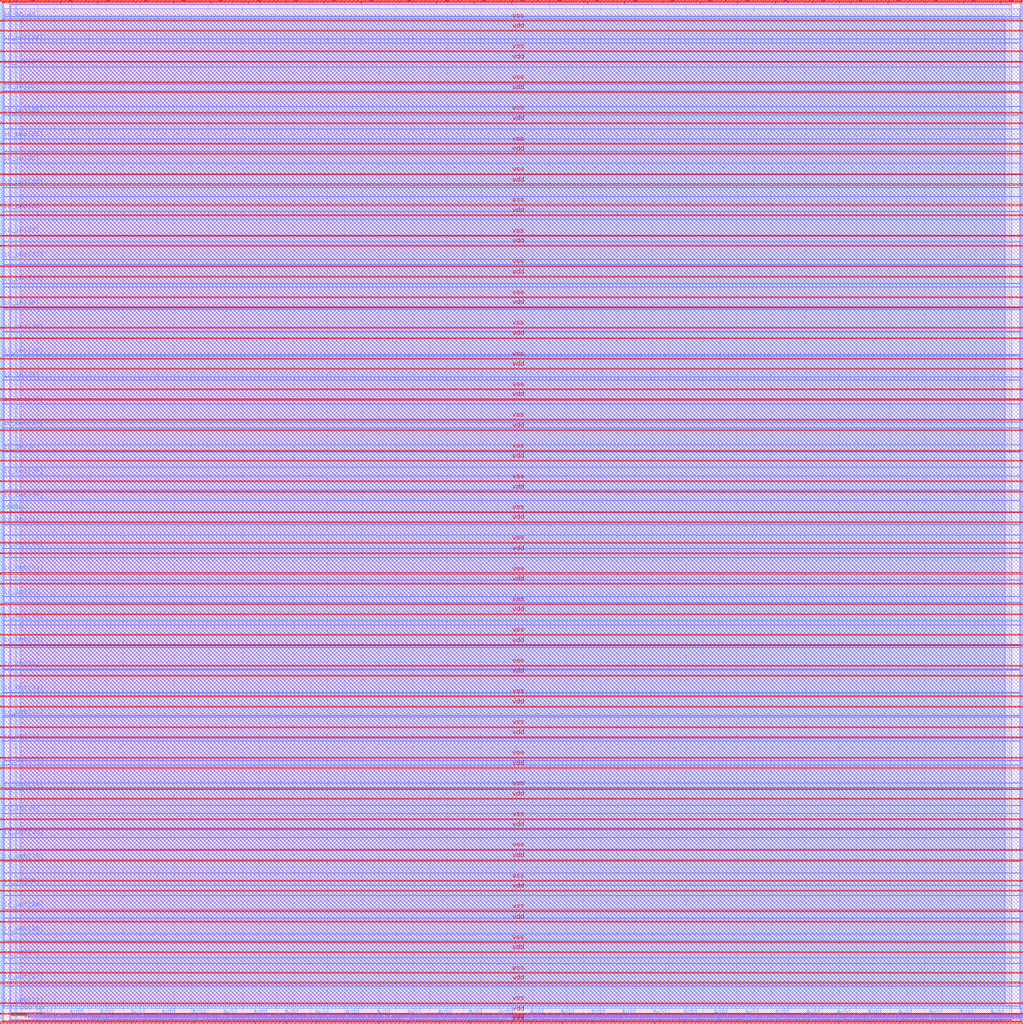
<source format=lef>
VERSION 5.7 ;
  NOWIREEXTENSIONATPIN ON ;
  DIVIDERCHAR "/" ;
  BUSBITCHARS "[]" ;
MACRO user_project_wrapper
  CLASS BLOCK ;
  FOREIGN user_project_wrapper ;
  ORIGIN 0.000 0.000 ;
  SIZE 2980.200 BY 2980.200 ;
  PIN io_in[0]
    DIRECTION INPUT ;
    USE SIGNAL ;
    PORT
      LAYER Metal3 ;
        RECT 2977.800 35.560 2985.000 36.680 ;
    END
  END io_in[0]
  PIN io_in[10]
    DIRECTION INPUT ;
    USE SIGNAL ;
    PORT
      LAYER Metal3 ;
        RECT 2977.800 2017.960 2985.000 2019.080 ;
    END
  END io_in[10]
  PIN io_in[11]
    DIRECTION INPUT ;
    USE SIGNAL ;
    PORT
      LAYER Metal3 ;
        RECT 2977.800 2216.200 2985.000 2217.320 ;
    END
  END io_in[11]
  PIN io_in[12]
    DIRECTION INPUT ;
    USE SIGNAL ;
    PORT
      LAYER Metal3 ;
        RECT 2977.800 2414.440 2985.000 2415.560 ;
    END
  END io_in[12]
  PIN io_in[13]
    DIRECTION INPUT ;
    USE SIGNAL ;
    PORT
      LAYER Metal3 ;
        RECT 2977.800 2612.680 2985.000 2613.800 ;
    END
  END io_in[13]
  PIN io_in[14]
    DIRECTION INPUT ;
    USE SIGNAL ;
    PORT
      LAYER Metal3 ;
        RECT 2977.800 2810.920 2985.000 2812.040 ;
    END
  END io_in[14]
  PIN io_in[15]
    DIRECTION INPUT ;
    USE SIGNAL ;
    PORT
      LAYER Metal2 ;
        RECT 2923.480 2977.800 2924.600 2985.000 ;
    END
  END io_in[15]
  PIN io_in[16]
    DIRECTION INPUT ;
    USE SIGNAL ;
    PORT
      LAYER Metal2 ;
        RECT 2592.520 2977.800 2593.640 2985.000 ;
    END
  END io_in[16]
  PIN io_in[17]
    DIRECTION INPUT ;
    USE SIGNAL ;
    PORT
      LAYER Metal2 ;
        RECT 2261.560 2977.800 2262.680 2985.000 ;
    END
  END io_in[17]
  PIN io_in[18]
    DIRECTION INPUT ;
    USE SIGNAL ;
    PORT
      LAYER Metal2 ;
        RECT 1930.600 2977.800 1931.720 2985.000 ;
    END
  END io_in[18]
  PIN io_in[19]
    DIRECTION INPUT ;
    USE SIGNAL ;
    PORT
      LAYER Metal2 ;
        RECT 1599.640 2977.800 1600.760 2985.000 ;
    END
  END io_in[19]
  PIN io_in[1]
    DIRECTION INPUT ;
    USE SIGNAL ;
    PORT
      LAYER Metal3 ;
        RECT 2977.800 233.800 2985.000 234.920 ;
    END
  END io_in[1]
  PIN io_in[20]
    DIRECTION INPUT ;
    USE SIGNAL ;
    PORT
      LAYER Metal2 ;
        RECT 1268.680 2977.800 1269.800 2985.000 ;
    END
  END io_in[20]
  PIN io_in[21]
    DIRECTION INPUT ;
    USE SIGNAL ;
    PORT
      LAYER Metal2 ;
        RECT 937.720 2977.800 938.840 2985.000 ;
    END
  END io_in[21]
  PIN io_in[22]
    DIRECTION INPUT ;
    USE SIGNAL ;
    PORT
      LAYER Metal2 ;
        RECT 606.760 2977.800 607.880 2985.000 ;
    END
  END io_in[22]
  PIN io_in[23]
    DIRECTION INPUT ;
    USE SIGNAL ;
    PORT
      LAYER Metal2 ;
        RECT 275.800 2977.800 276.920 2985.000 ;
    END
  END io_in[23]
  PIN io_in[24]
    DIRECTION INPUT ;
    USE SIGNAL ;
    PORT
      LAYER Metal3 ;
        RECT -4.800 2935.800 2.400 2936.920 ;
    END
  END io_in[24]
  PIN io_in[25]
    DIRECTION INPUT ;
    USE SIGNAL ;
    PORT
      LAYER Metal3 ;
        RECT -4.800 2724.120 2.400 2725.240 ;
    END
  END io_in[25]
  PIN io_in[26]
    DIRECTION INPUT ;
    USE SIGNAL ;
    PORT
      LAYER Metal3 ;
        RECT -4.800 2512.440 2.400 2513.560 ;
    END
  END io_in[26]
  PIN io_in[27]
    DIRECTION INPUT ;
    USE SIGNAL ;
    PORT
      LAYER Metal3 ;
        RECT -4.800 2300.760 2.400 2301.880 ;
    END
  END io_in[27]
  PIN io_in[28]
    DIRECTION INPUT ;
    USE SIGNAL ;
    PORT
      LAYER Metal3 ;
        RECT -4.800 2089.080 2.400 2090.200 ;
    END
  END io_in[28]
  PIN io_in[29]
    DIRECTION INPUT ;
    USE SIGNAL ;
    PORT
      LAYER Metal3 ;
        RECT -4.800 1877.400 2.400 1878.520 ;
    END
  END io_in[29]
  PIN io_in[2]
    DIRECTION INPUT ;
    USE SIGNAL ;
    PORT
      LAYER Metal3 ;
        RECT 2977.800 432.040 2985.000 433.160 ;
    END
  END io_in[2]
  PIN io_in[30]
    DIRECTION INPUT ;
    USE SIGNAL ;
    PORT
      LAYER Metal3 ;
        RECT -4.800 1665.720 2.400 1666.840 ;
    END
  END io_in[30]
  PIN io_in[31]
    DIRECTION INPUT ;
    USE SIGNAL ;
    PORT
      LAYER Metal3 ;
        RECT -4.800 1454.040 2.400 1455.160 ;
    END
  END io_in[31]
  PIN io_in[32]
    DIRECTION INPUT ;
    USE SIGNAL ;
    PORT
      LAYER Metal3 ;
        RECT -4.800 1242.360 2.400 1243.480 ;
    END
  END io_in[32]
  PIN io_in[33]
    DIRECTION INPUT ;
    USE SIGNAL ;
    PORT
      LAYER Metal3 ;
        RECT -4.800 1030.680 2.400 1031.800 ;
    END
  END io_in[33]
  PIN io_in[34]
    DIRECTION INPUT ;
    USE SIGNAL ;
    PORT
      LAYER Metal3 ;
        RECT -4.800 819.000 2.400 820.120 ;
    END
  END io_in[34]
  PIN io_in[35]
    DIRECTION INPUT ;
    USE SIGNAL ;
    PORT
      LAYER Metal3 ;
        RECT -4.800 607.320 2.400 608.440 ;
    END
  END io_in[35]
  PIN io_in[36]
    DIRECTION INPUT ;
    USE SIGNAL ;
    PORT
      LAYER Metal3 ;
        RECT -4.800 395.640 2.400 396.760 ;
    END
  END io_in[36]
  PIN io_in[37]
    DIRECTION INPUT ;
    USE SIGNAL ;
    PORT
      LAYER Metal3 ;
        RECT -4.800 183.960 2.400 185.080 ;
    END
  END io_in[37]
  PIN io_in[3]
    DIRECTION INPUT ;
    USE SIGNAL ;
    PORT
      LAYER Metal3 ;
        RECT 2977.800 630.280 2985.000 631.400 ;
    END
  END io_in[3]
  PIN io_in[4]
    DIRECTION INPUT ;
    USE SIGNAL ;
    PORT
      LAYER Metal3 ;
        RECT 2977.800 828.520 2985.000 829.640 ;
    END
  END io_in[4]
  PIN io_in[5]
    DIRECTION INPUT ;
    USE SIGNAL ;
    PORT
      LAYER Metal3 ;
        RECT 2977.800 1026.760 2985.000 1027.880 ;
    END
  END io_in[5]
  PIN io_in[6]
    DIRECTION INPUT ;
    USE SIGNAL ;
    PORT
      LAYER Metal3 ;
        RECT 2977.800 1225.000 2985.000 1226.120 ;
    END
  END io_in[6]
  PIN io_in[7]
    DIRECTION INPUT ;
    USE SIGNAL ;
    PORT
      LAYER Metal3 ;
        RECT 2977.800 1423.240 2985.000 1424.360 ;
    END
  END io_in[7]
  PIN io_in[8]
    DIRECTION INPUT ;
    USE SIGNAL ;
    PORT
      LAYER Metal3 ;
        RECT 2977.800 1621.480 2985.000 1622.600 ;
    END
  END io_in[8]
  PIN io_in[9]
    DIRECTION INPUT ;
    USE SIGNAL ;
    PORT
      LAYER Metal3 ;
        RECT 2977.800 1819.720 2985.000 1820.840 ;
    END
  END io_in[9]
  PIN io_oeb[0]
    DIRECTION OUTPUT TRISTATE ;
    USE SIGNAL ;
    PORT
      LAYER Metal3 ;
        RECT 2977.800 167.720 2985.000 168.840 ;
    END
  END io_oeb[0]
  PIN io_oeb[10]
    DIRECTION OUTPUT TRISTATE ;
    USE SIGNAL ;
    PORT
      LAYER Metal3 ;
        RECT 2977.800 2150.120 2985.000 2151.240 ;
    END
  END io_oeb[10]
  PIN io_oeb[11]
    DIRECTION OUTPUT TRISTATE ;
    USE SIGNAL ;
    PORT
      LAYER Metal3 ;
        RECT 2977.800 2348.360 2985.000 2349.480 ;
    END
  END io_oeb[11]
  PIN io_oeb[12]
    DIRECTION OUTPUT TRISTATE ;
    USE SIGNAL ;
    PORT
      LAYER Metal3 ;
        RECT 2977.800 2546.600 2985.000 2547.720 ;
    END
  END io_oeb[12]
  PIN io_oeb[13]
    DIRECTION OUTPUT TRISTATE ;
    USE SIGNAL ;
    PORT
      LAYER Metal3 ;
        RECT 2977.800 2744.840 2985.000 2745.960 ;
    END
  END io_oeb[13]
  PIN io_oeb[14]
    DIRECTION OUTPUT TRISTATE ;
    USE SIGNAL ;
    PORT
      LAYER Metal3 ;
        RECT 2977.800 2943.080 2985.000 2944.200 ;
    END
  END io_oeb[14]
  PIN io_oeb[15]
    DIRECTION OUTPUT TRISTATE ;
    USE SIGNAL ;
    PORT
      LAYER Metal2 ;
        RECT 2702.840 2977.800 2703.960 2985.000 ;
    END
  END io_oeb[15]
  PIN io_oeb[16]
    DIRECTION OUTPUT TRISTATE ;
    USE SIGNAL ;
    PORT
      LAYER Metal2 ;
        RECT 2371.880 2977.800 2373.000 2985.000 ;
    END
  END io_oeb[16]
  PIN io_oeb[17]
    DIRECTION OUTPUT TRISTATE ;
    USE SIGNAL ;
    PORT
      LAYER Metal2 ;
        RECT 2040.920 2977.800 2042.040 2985.000 ;
    END
  END io_oeb[17]
  PIN io_oeb[18]
    DIRECTION OUTPUT TRISTATE ;
    USE SIGNAL ;
    PORT
      LAYER Metal2 ;
        RECT 1709.960 2977.800 1711.080 2985.000 ;
    END
  END io_oeb[18]
  PIN io_oeb[19]
    DIRECTION OUTPUT TRISTATE ;
    USE SIGNAL ;
    PORT
      LAYER Metal2 ;
        RECT 1379.000 2977.800 1380.120 2985.000 ;
    END
  END io_oeb[19]
  PIN io_oeb[1]
    DIRECTION OUTPUT TRISTATE ;
    USE SIGNAL ;
    PORT
      LAYER Metal3 ;
        RECT 2977.800 365.960 2985.000 367.080 ;
    END
  END io_oeb[1]
  PIN io_oeb[20]
    DIRECTION OUTPUT TRISTATE ;
    USE SIGNAL ;
    PORT
      LAYER Metal2 ;
        RECT 1048.040 2977.800 1049.160 2985.000 ;
    END
  END io_oeb[20]
  PIN io_oeb[21]
    DIRECTION OUTPUT TRISTATE ;
    USE SIGNAL ;
    PORT
      LAYER Metal2 ;
        RECT 717.080 2977.800 718.200 2985.000 ;
    END
  END io_oeb[21]
  PIN io_oeb[22]
    DIRECTION OUTPUT TRISTATE ;
    USE SIGNAL ;
    PORT
      LAYER Metal2 ;
        RECT 386.120 2977.800 387.240 2985.000 ;
    END
  END io_oeb[22]
  PIN io_oeb[23]
    DIRECTION OUTPUT TRISTATE ;
    USE SIGNAL ;
    PORT
      LAYER Metal2 ;
        RECT 55.160 2977.800 56.280 2985.000 ;
    END
  END io_oeb[23]
  PIN io_oeb[24]
    DIRECTION OUTPUT TRISTATE ;
    USE SIGNAL ;
    PORT
      LAYER Metal3 ;
        RECT -4.800 2794.680 2.400 2795.800 ;
    END
  END io_oeb[24]
  PIN io_oeb[25]
    DIRECTION OUTPUT TRISTATE ;
    USE SIGNAL ;
    PORT
      LAYER Metal3 ;
        RECT -4.800 2583.000 2.400 2584.120 ;
    END
  END io_oeb[25]
  PIN io_oeb[26]
    DIRECTION OUTPUT TRISTATE ;
    USE SIGNAL ;
    PORT
      LAYER Metal3 ;
        RECT -4.800 2371.320 2.400 2372.440 ;
    END
  END io_oeb[26]
  PIN io_oeb[27]
    DIRECTION OUTPUT TRISTATE ;
    USE SIGNAL ;
    PORT
      LAYER Metal3 ;
        RECT -4.800 2159.640 2.400 2160.760 ;
    END
  END io_oeb[27]
  PIN io_oeb[28]
    DIRECTION OUTPUT TRISTATE ;
    USE SIGNAL ;
    PORT
      LAYER Metal3 ;
        RECT -4.800 1947.960 2.400 1949.080 ;
    END
  END io_oeb[28]
  PIN io_oeb[29]
    DIRECTION OUTPUT TRISTATE ;
    USE SIGNAL ;
    PORT
      LAYER Metal3 ;
        RECT -4.800 1736.280 2.400 1737.400 ;
    END
  END io_oeb[29]
  PIN io_oeb[2]
    DIRECTION OUTPUT TRISTATE ;
    USE SIGNAL ;
    PORT
      LAYER Metal3 ;
        RECT 2977.800 564.200 2985.000 565.320 ;
    END
  END io_oeb[2]
  PIN io_oeb[30]
    DIRECTION OUTPUT TRISTATE ;
    USE SIGNAL ;
    PORT
      LAYER Metal3 ;
        RECT -4.800 1524.600 2.400 1525.720 ;
    END
  END io_oeb[30]
  PIN io_oeb[31]
    DIRECTION OUTPUT TRISTATE ;
    USE SIGNAL ;
    PORT
      LAYER Metal3 ;
        RECT -4.800 1312.920 2.400 1314.040 ;
    END
  END io_oeb[31]
  PIN io_oeb[32]
    DIRECTION OUTPUT TRISTATE ;
    USE SIGNAL ;
    PORT
      LAYER Metal3 ;
        RECT -4.800 1101.240 2.400 1102.360 ;
    END
  END io_oeb[32]
  PIN io_oeb[33]
    DIRECTION OUTPUT TRISTATE ;
    USE SIGNAL ;
    PORT
      LAYER Metal3 ;
        RECT -4.800 889.560 2.400 890.680 ;
    END
  END io_oeb[33]
  PIN io_oeb[34]
    DIRECTION OUTPUT TRISTATE ;
    USE SIGNAL ;
    PORT
      LAYER Metal3 ;
        RECT -4.800 677.880 2.400 679.000 ;
    END
  END io_oeb[34]
  PIN io_oeb[35]
    DIRECTION OUTPUT TRISTATE ;
    USE SIGNAL ;
    PORT
      LAYER Metal3 ;
        RECT -4.800 466.200 2.400 467.320 ;
    END
  END io_oeb[35]
  PIN io_oeb[36]
    DIRECTION OUTPUT TRISTATE ;
    USE SIGNAL ;
    PORT
      LAYER Metal3 ;
        RECT -4.800 254.520 2.400 255.640 ;
    END
  END io_oeb[36]
  PIN io_oeb[37]
    DIRECTION OUTPUT TRISTATE ;
    USE SIGNAL ;
    PORT
      LAYER Metal3 ;
        RECT -4.800 42.840 2.400 43.960 ;
    END
  END io_oeb[37]
  PIN io_oeb[3]
    DIRECTION OUTPUT TRISTATE ;
    USE SIGNAL ;
    PORT
      LAYER Metal3 ;
        RECT 2977.800 762.440 2985.000 763.560 ;
    END
  END io_oeb[3]
  PIN io_oeb[4]
    DIRECTION OUTPUT TRISTATE ;
    USE SIGNAL ;
    PORT
      LAYER Metal3 ;
        RECT 2977.800 960.680 2985.000 961.800 ;
    END
  END io_oeb[4]
  PIN io_oeb[5]
    DIRECTION OUTPUT TRISTATE ;
    USE SIGNAL ;
    PORT
      LAYER Metal3 ;
        RECT 2977.800 1158.920 2985.000 1160.040 ;
    END
  END io_oeb[5]
  PIN io_oeb[6]
    DIRECTION OUTPUT TRISTATE ;
    USE SIGNAL ;
    PORT
      LAYER Metal3 ;
        RECT 2977.800 1357.160 2985.000 1358.280 ;
    END
  END io_oeb[6]
  PIN io_oeb[7]
    DIRECTION OUTPUT TRISTATE ;
    USE SIGNAL ;
    PORT
      LAYER Metal3 ;
        RECT 2977.800 1555.400 2985.000 1556.520 ;
    END
  END io_oeb[7]
  PIN io_oeb[8]
    DIRECTION OUTPUT TRISTATE ;
    USE SIGNAL ;
    PORT
      LAYER Metal3 ;
        RECT 2977.800 1753.640 2985.000 1754.760 ;
    END
  END io_oeb[8]
  PIN io_oeb[9]
    DIRECTION OUTPUT TRISTATE ;
    USE SIGNAL ;
    PORT
      LAYER Metal3 ;
        RECT 2977.800 1951.880 2985.000 1953.000 ;
    END
  END io_oeb[9]
  PIN io_out[0]
    DIRECTION OUTPUT TRISTATE ;
    USE SIGNAL ;
    PORT
      LAYER Metal3 ;
        RECT 2977.800 101.640 2985.000 102.760 ;
    END
  END io_out[0]
  PIN io_out[10]
    DIRECTION OUTPUT TRISTATE ;
    USE SIGNAL ;
    PORT
      LAYER Metal3 ;
        RECT 2977.800 2084.040 2985.000 2085.160 ;
    END
  END io_out[10]
  PIN io_out[11]
    DIRECTION OUTPUT TRISTATE ;
    USE SIGNAL ;
    PORT
      LAYER Metal3 ;
        RECT 2977.800 2282.280 2985.000 2283.400 ;
    END
  END io_out[11]
  PIN io_out[12]
    DIRECTION OUTPUT TRISTATE ;
    USE SIGNAL ;
    PORT
      LAYER Metal3 ;
        RECT 2977.800 2480.520 2985.000 2481.640 ;
    END
  END io_out[12]
  PIN io_out[13]
    DIRECTION OUTPUT TRISTATE ;
    USE SIGNAL ;
    PORT
      LAYER Metal3 ;
        RECT 2977.800 2678.760 2985.000 2679.880 ;
    END
  END io_out[13]
  PIN io_out[14]
    DIRECTION OUTPUT TRISTATE ;
    USE SIGNAL ;
    PORT
      LAYER Metal3 ;
        RECT 2977.800 2877.000 2985.000 2878.120 ;
    END
  END io_out[14]
  PIN io_out[15]
    DIRECTION OUTPUT TRISTATE ;
    USE SIGNAL ;
    PORT
      LAYER Metal2 ;
        RECT 2813.160 2977.800 2814.280 2985.000 ;
    END
  END io_out[15]
  PIN io_out[16]
    DIRECTION OUTPUT TRISTATE ;
    USE SIGNAL ;
    PORT
      LAYER Metal2 ;
        RECT 2482.200 2977.800 2483.320 2985.000 ;
    END
  END io_out[16]
  PIN io_out[17]
    DIRECTION OUTPUT TRISTATE ;
    USE SIGNAL ;
    PORT
      LAYER Metal2 ;
        RECT 2151.240 2977.800 2152.360 2985.000 ;
    END
  END io_out[17]
  PIN io_out[18]
    DIRECTION OUTPUT TRISTATE ;
    USE SIGNAL ;
    PORT
      LAYER Metal2 ;
        RECT 1820.280 2977.800 1821.400 2985.000 ;
    END
  END io_out[18]
  PIN io_out[19]
    DIRECTION OUTPUT TRISTATE ;
    USE SIGNAL ;
    PORT
      LAYER Metal2 ;
        RECT 1489.320 2977.800 1490.440 2985.000 ;
    END
  END io_out[19]
  PIN io_out[1]
    DIRECTION OUTPUT TRISTATE ;
    USE SIGNAL ;
    PORT
      LAYER Metal3 ;
        RECT 2977.800 299.880 2985.000 301.000 ;
    END
  END io_out[1]
  PIN io_out[20]
    DIRECTION OUTPUT TRISTATE ;
    USE SIGNAL ;
    PORT
      LAYER Metal2 ;
        RECT 1158.360 2977.800 1159.480 2985.000 ;
    END
  END io_out[20]
  PIN io_out[21]
    DIRECTION OUTPUT TRISTATE ;
    USE SIGNAL ;
    PORT
      LAYER Metal2 ;
        RECT 827.400 2977.800 828.520 2985.000 ;
    END
  END io_out[21]
  PIN io_out[22]
    DIRECTION OUTPUT TRISTATE ;
    USE SIGNAL ;
    PORT
      LAYER Metal2 ;
        RECT 496.440 2977.800 497.560 2985.000 ;
    END
  END io_out[22]
  PIN io_out[23]
    DIRECTION OUTPUT TRISTATE ;
    USE SIGNAL ;
    PORT
      LAYER Metal2 ;
        RECT 165.480 2977.800 166.600 2985.000 ;
    END
  END io_out[23]
  PIN io_out[24]
    DIRECTION OUTPUT TRISTATE ;
    USE SIGNAL ;
    PORT
      LAYER Metal3 ;
        RECT -4.800 2865.240 2.400 2866.360 ;
    END
  END io_out[24]
  PIN io_out[25]
    DIRECTION OUTPUT TRISTATE ;
    USE SIGNAL ;
    PORT
      LAYER Metal3 ;
        RECT -4.800 2653.560 2.400 2654.680 ;
    END
  END io_out[25]
  PIN io_out[26]
    DIRECTION OUTPUT TRISTATE ;
    USE SIGNAL ;
    PORT
      LAYER Metal3 ;
        RECT -4.800 2441.880 2.400 2443.000 ;
    END
  END io_out[26]
  PIN io_out[27]
    DIRECTION OUTPUT TRISTATE ;
    USE SIGNAL ;
    PORT
      LAYER Metal3 ;
        RECT -4.800 2230.200 2.400 2231.320 ;
    END
  END io_out[27]
  PIN io_out[28]
    DIRECTION OUTPUT TRISTATE ;
    USE SIGNAL ;
    PORT
      LAYER Metal3 ;
        RECT -4.800 2018.520 2.400 2019.640 ;
    END
  END io_out[28]
  PIN io_out[29]
    DIRECTION OUTPUT TRISTATE ;
    USE SIGNAL ;
    PORT
      LAYER Metal3 ;
        RECT -4.800 1806.840 2.400 1807.960 ;
    END
  END io_out[29]
  PIN io_out[2]
    DIRECTION OUTPUT TRISTATE ;
    USE SIGNAL ;
    PORT
      LAYER Metal3 ;
        RECT 2977.800 498.120 2985.000 499.240 ;
    END
  END io_out[2]
  PIN io_out[30]
    DIRECTION OUTPUT TRISTATE ;
    USE SIGNAL ;
    PORT
      LAYER Metal3 ;
        RECT -4.800 1595.160 2.400 1596.280 ;
    END
  END io_out[30]
  PIN io_out[31]
    DIRECTION OUTPUT TRISTATE ;
    USE SIGNAL ;
    PORT
      LAYER Metal3 ;
        RECT -4.800 1383.480 2.400 1384.600 ;
    END
  END io_out[31]
  PIN io_out[32]
    DIRECTION OUTPUT TRISTATE ;
    USE SIGNAL ;
    PORT
      LAYER Metal3 ;
        RECT -4.800 1171.800 2.400 1172.920 ;
    END
  END io_out[32]
  PIN io_out[33]
    DIRECTION OUTPUT TRISTATE ;
    USE SIGNAL ;
    PORT
      LAYER Metal3 ;
        RECT -4.800 960.120 2.400 961.240 ;
    END
  END io_out[33]
  PIN io_out[34]
    DIRECTION OUTPUT TRISTATE ;
    USE SIGNAL ;
    PORT
      LAYER Metal3 ;
        RECT -4.800 748.440 2.400 749.560 ;
    END
  END io_out[34]
  PIN io_out[35]
    DIRECTION OUTPUT TRISTATE ;
    USE SIGNAL ;
    PORT
      LAYER Metal3 ;
        RECT -4.800 536.760 2.400 537.880 ;
    END
  END io_out[35]
  PIN io_out[36]
    DIRECTION OUTPUT TRISTATE ;
    USE SIGNAL ;
    PORT
      LAYER Metal3 ;
        RECT -4.800 325.080 2.400 326.200 ;
    END
  END io_out[36]
  PIN io_out[37]
    DIRECTION OUTPUT TRISTATE ;
    USE SIGNAL ;
    PORT
      LAYER Metal3 ;
        RECT -4.800 113.400 2.400 114.520 ;
    END
  END io_out[37]
  PIN io_out[3]
    DIRECTION OUTPUT TRISTATE ;
    USE SIGNAL ;
    PORT
      LAYER Metal3 ;
        RECT 2977.800 696.360 2985.000 697.480 ;
    END
  END io_out[3]
  PIN io_out[4]
    DIRECTION OUTPUT TRISTATE ;
    USE SIGNAL ;
    PORT
      LAYER Metal3 ;
        RECT 2977.800 894.600 2985.000 895.720 ;
    END
  END io_out[4]
  PIN io_out[5]
    DIRECTION OUTPUT TRISTATE ;
    USE SIGNAL ;
    PORT
      LAYER Metal3 ;
        RECT 2977.800 1092.840 2985.000 1093.960 ;
    END
  END io_out[5]
  PIN io_out[6]
    DIRECTION OUTPUT TRISTATE ;
    USE SIGNAL ;
    PORT
      LAYER Metal3 ;
        RECT 2977.800 1291.080 2985.000 1292.200 ;
    END
  END io_out[6]
  PIN io_out[7]
    DIRECTION OUTPUT TRISTATE ;
    USE SIGNAL ;
    PORT
      LAYER Metal3 ;
        RECT 2977.800 1489.320 2985.000 1490.440 ;
    END
  END io_out[7]
  PIN io_out[8]
    DIRECTION OUTPUT TRISTATE ;
    USE SIGNAL ;
    PORT
      LAYER Metal3 ;
        RECT 2977.800 1687.560 2985.000 1688.680 ;
    END
  END io_out[8]
  PIN io_out[9]
    DIRECTION OUTPUT TRISTATE ;
    USE SIGNAL ;
    PORT
      LAYER Metal3 ;
        RECT 2977.800 1885.800 2985.000 1886.920 ;
    END
  END io_out[9]
  PIN la_data_in[0]
    DIRECTION INPUT ;
    USE SIGNAL ;
    PORT
      LAYER Metal2 ;
        RECT 1065.960 -4.800 1067.080 2.400 ;
    END
  END la_data_in[0]
  PIN la_data_in[10]
    DIRECTION INPUT ;
    USE SIGNAL ;
    PORT
      LAYER Metal2 ;
        RECT 1351.560 -4.800 1352.680 2.400 ;
    END
  END la_data_in[10]
  PIN la_data_in[11]
    DIRECTION INPUT ;
    USE SIGNAL ;
    PORT
      LAYER Metal2 ;
        RECT 1380.120 -4.800 1381.240 2.400 ;
    END
  END la_data_in[11]
  PIN la_data_in[12]
    DIRECTION INPUT ;
    USE SIGNAL ;
    PORT
      LAYER Metal2 ;
        RECT 1408.680 -4.800 1409.800 2.400 ;
    END
  END la_data_in[12]
  PIN la_data_in[13]
    DIRECTION INPUT ;
    USE SIGNAL ;
    PORT
      LAYER Metal2 ;
        RECT 1437.240 -4.800 1438.360 2.400 ;
    END
  END la_data_in[13]
  PIN la_data_in[14]
    DIRECTION INPUT ;
    USE SIGNAL ;
    PORT
      LAYER Metal2 ;
        RECT 1465.800 -4.800 1466.920 2.400 ;
    END
  END la_data_in[14]
  PIN la_data_in[15]
    DIRECTION INPUT ;
    USE SIGNAL ;
    PORT
      LAYER Metal2 ;
        RECT 1494.360 -4.800 1495.480 2.400 ;
    END
  END la_data_in[15]
  PIN la_data_in[16]
    DIRECTION INPUT ;
    USE SIGNAL ;
    PORT
      LAYER Metal2 ;
        RECT 1522.920 -4.800 1524.040 2.400 ;
    END
  END la_data_in[16]
  PIN la_data_in[17]
    DIRECTION INPUT ;
    USE SIGNAL ;
    PORT
      LAYER Metal2 ;
        RECT 1551.480 -4.800 1552.600 2.400 ;
    END
  END la_data_in[17]
  PIN la_data_in[18]
    DIRECTION INPUT ;
    USE SIGNAL ;
    PORT
      LAYER Metal2 ;
        RECT 1580.040 -4.800 1581.160 2.400 ;
    END
  END la_data_in[18]
  PIN la_data_in[19]
    DIRECTION INPUT ;
    USE SIGNAL ;
    PORT
      LAYER Metal2 ;
        RECT 1608.600 -4.800 1609.720 2.400 ;
    END
  END la_data_in[19]
  PIN la_data_in[1]
    DIRECTION INPUT ;
    USE SIGNAL ;
    PORT
      LAYER Metal2 ;
        RECT 1094.520 -4.800 1095.640 2.400 ;
    END
  END la_data_in[1]
  PIN la_data_in[20]
    DIRECTION INPUT ;
    USE SIGNAL ;
    PORT
      LAYER Metal2 ;
        RECT 1637.160 -4.800 1638.280 2.400 ;
    END
  END la_data_in[20]
  PIN la_data_in[21]
    DIRECTION INPUT ;
    USE SIGNAL ;
    PORT
      LAYER Metal2 ;
        RECT 1665.720 -4.800 1666.840 2.400 ;
    END
  END la_data_in[21]
  PIN la_data_in[22]
    DIRECTION INPUT ;
    USE SIGNAL ;
    PORT
      LAYER Metal2 ;
        RECT 1694.280 -4.800 1695.400 2.400 ;
    END
  END la_data_in[22]
  PIN la_data_in[23]
    DIRECTION INPUT ;
    USE SIGNAL ;
    PORT
      LAYER Metal2 ;
        RECT 1722.840 -4.800 1723.960 2.400 ;
    END
  END la_data_in[23]
  PIN la_data_in[24]
    DIRECTION INPUT ;
    USE SIGNAL ;
    PORT
      LAYER Metal2 ;
        RECT 1751.400 -4.800 1752.520 2.400 ;
    END
  END la_data_in[24]
  PIN la_data_in[25]
    DIRECTION INPUT ;
    USE SIGNAL ;
    PORT
      LAYER Metal2 ;
        RECT 1779.960 -4.800 1781.080 2.400 ;
    END
  END la_data_in[25]
  PIN la_data_in[26]
    DIRECTION INPUT ;
    USE SIGNAL ;
    PORT
      LAYER Metal2 ;
        RECT 1808.520 -4.800 1809.640 2.400 ;
    END
  END la_data_in[26]
  PIN la_data_in[27]
    DIRECTION INPUT ;
    USE SIGNAL ;
    PORT
      LAYER Metal2 ;
        RECT 1837.080 -4.800 1838.200 2.400 ;
    END
  END la_data_in[27]
  PIN la_data_in[28]
    DIRECTION INPUT ;
    USE SIGNAL ;
    PORT
      LAYER Metal2 ;
        RECT 1865.640 -4.800 1866.760 2.400 ;
    END
  END la_data_in[28]
  PIN la_data_in[29]
    DIRECTION INPUT ;
    USE SIGNAL ;
    PORT
      LAYER Metal2 ;
        RECT 1894.200 -4.800 1895.320 2.400 ;
    END
  END la_data_in[29]
  PIN la_data_in[2]
    DIRECTION INPUT ;
    USE SIGNAL ;
    PORT
      LAYER Metal2 ;
        RECT 1123.080 -4.800 1124.200 2.400 ;
    END
  END la_data_in[2]
  PIN la_data_in[30]
    DIRECTION INPUT ;
    USE SIGNAL ;
    PORT
      LAYER Metal2 ;
        RECT 1922.760 -4.800 1923.880 2.400 ;
    END
  END la_data_in[30]
  PIN la_data_in[31]
    DIRECTION INPUT ;
    USE SIGNAL ;
    PORT
      LAYER Metal2 ;
        RECT 1951.320 -4.800 1952.440 2.400 ;
    END
  END la_data_in[31]
  PIN la_data_in[32]
    DIRECTION INPUT ;
    USE SIGNAL ;
    PORT
      LAYER Metal2 ;
        RECT 1979.880 -4.800 1981.000 2.400 ;
    END
  END la_data_in[32]
  PIN la_data_in[33]
    DIRECTION INPUT ;
    USE SIGNAL ;
    PORT
      LAYER Metal2 ;
        RECT 2008.440 -4.800 2009.560 2.400 ;
    END
  END la_data_in[33]
  PIN la_data_in[34]
    DIRECTION INPUT ;
    USE SIGNAL ;
    PORT
      LAYER Metal2 ;
        RECT 2037.000 -4.800 2038.120 2.400 ;
    END
  END la_data_in[34]
  PIN la_data_in[35]
    DIRECTION INPUT ;
    USE SIGNAL ;
    PORT
      LAYER Metal2 ;
        RECT 2065.560 -4.800 2066.680 2.400 ;
    END
  END la_data_in[35]
  PIN la_data_in[36]
    DIRECTION INPUT ;
    USE SIGNAL ;
    PORT
      LAYER Metal2 ;
        RECT 2094.120 -4.800 2095.240 2.400 ;
    END
  END la_data_in[36]
  PIN la_data_in[37]
    DIRECTION INPUT ;
    USE SIGNAL ;
    PORT
      LAYER Metal2 ;
        RECT 2122.680 -4.800 2123.800 2.400 ;
    END
  END la_data_in[37]
  PIN la_data_in[38]
    DIRECTION INPUT ;
    USE SIGNAL ;
    PORT
      LAYER Metal2 ;
        RECT 2151.240 -4.800 2152.360 2.400 ;
    END
  END la_data_in[38]
  PIN la_data_in[39]
    DIRECTION INPUT ;
    USE SIGNAL ;
    PORT
      LAYER Metal2 ;
        RECT 2179.800 -4.800 2180.920 2.400 ;
    END
  END la_data_in[39]
  PIN la_data_in[3]
    DIRECTION INPUT ;
    USE SIGNAL ;
    PORT
      LAYER Metal2 ;
        RECT 1151.640 -4.800 1152.760 2.400 ;
    END
  END la_data_in[3]
  PIN la_data_in[40]
    DIRECTION INPUT ;
    USE SIGNAL ;
    PORT
      LAYER Metal2 ;
        RECT 2208.360 -4.800 2209.480 2.400 ;
    END
  END la_data_in[40]
  PIN la_data_in[41]
    DIRECTION INPUT ;
    USE SIGNAL ;
    PORT
      LAYER Metal2 ;
        RECT 2236.920 -4.800 2238.040 2.400 ;
    END
  END la_data_in[41]
  PIN la_data_in[42]
    DIRECTION INPUT ;
    USE SIGNAL ;
    PORT
      LAYER Metal2 ;
        RECT 2265.480 -4.800 2266.600 2.400 ;
    END
  END la_data_in[42]
  PIN la_data_in[43]
    DIRECTION INPUT ;
    USE SIGNAL ;
    PORT
      LAYER Metal2 ;
        RECT 2294.040 -4.800 2295.160 2.400 ;
    END
  END la_data_in[43]
  PIN la_data_in[44]
    DIRECTION INPUT ;
    USE SIGNAL ;
    PORT
      LAYER Metal2 ;
        RECT 2322.600 -4.800 2323.720 2.400 ;
    END
  END la_data_in[44]
  PIN la_data_in[45]
    DIRECTION INPUT ;
    USE SIGNAL ;
    PORT
      LAYER Metal2 ;
        RECT 2351.160 -4.800 2352.280 2.400 ;
    END
  END la_data_in[45]
  PIN la_data_in[46]
    DIRECTION INPUT ;
    USE SIGNAL ;
    PORT
      LAYER Metal2 ;
        RECT 2379.720 -4.800 2380.840 2.400 ;
    END
  END la_data_in[46]
  PIN la_data_in[47]
    DIRECTION INPUT ;
    USE SIGNAL ;
    PORT
      LAYER Metal2 ;
        RECT 2408.280 -4.800 2409.400 2.400 ;
    END
  END la_data_in[47]
  PIN la_data_in[48]
    DIRECTION INPUT ;
    USE SIGNAL ;
    PORT
      LAYER Metal2 ;
        RECT 2436.840 -4.800 2437.960 2.400 ;
    END
  END la_data_in[48]
  PIN la_data_in[49]
    DIRECTION INPUT ;
    USE SIGNAL ;
    PORT
      LAYER Metal2 ;
        RECT 2465.400 -4.800 2466.520 2.400 ;
    END
  END la_data_in[49]
  PIN la_data_in[4]
    DIRECTION INPUT ;
    USE SIGNAL ;
    PORT
      LAYER Metal2 ;
        RECT 1180.200 -4.800 1181.320 2.400 ;
    END
  END la_data_in[4]
  PIN la_data_in[50]
    DIRECTION INPUT ;
    USE SIGNAL ;
    PORT
      LAYER Metal2 ;
        RECT 2493.960 -4.800 2495.080 2.400 ;
    END
  END la_data_in[50]
  PIN la_data_in[51]
    DIRECTION INPUT ;
    USE SIGNAL ;
    PORT
      LAYER Metal2 ;
        RECT 2522.520 -4.800 2523.640 2.400 ;
    END
  END la_data_in[51]
  PIN la_data_in[52]
    DIRECTION INPUT ;
    USE SIGNAL ;
    PORT
      LAYER Metal2 ;
        RECT 2551.080 -4.800 2552.200 2.400 ;
    END
  END la_data_in[52]
  PIN la_data_in[53]
    DIRECTION INPUT ;
    USE SIGNAL ;
    PORT
      LAYER Metal2 ;
        RECT 2579.640 -4.800 2580.760 2.400 ;
    END
  END la_data_in[53]
  PIN la_data_in[54]
    DIRECTION INPUT ;
    USE SIGNAL ;
    PORT
      LAYER Metal2 ;
        RECT 2608.200 -4.800 2609.320 2.400 ;
    END
  END la_data_in[54]
  PIN la_data_in[55]
    DIRECTION INPUT ;
    USE SIGNAL ;
    PORT
      LAYER Metal2 ;
        RECT 2636.760 -4.800 2637.880 2.400 ;
    END
  END la_data_in[55]
  PIN la_data_in[56]
    DIRECTION INPUT ;
    USE SIGNAL ;
    PORT
      LAYER Metal2 ;
        RECT 2665.320 -4.800 2666.440 2.400 ;
    END
  END la_data_in[56]
  PIN la_data_in[57]
    DIRECTION INPUT ;
    USE SIGNAL ;
    PORT
      LAYER Metal2 ;
        RECT 2693.880 -4.800 2695.000 2.400 ;
    END
  END la_data_in[57]
  PIN la_data_in[58]
    DIRECTION INPUT ;
    USE SIGNAL ;
    PORT
      LAYER Metal2 ;
        RECT 2722.440 -4.800 2723.560 2.400 ;
    END
  END la_data_in[58]
  PIN la_data_in[59]
    DIRECTION INPUT ;
    USE SIGNAL ;
    PORT
      LAYER Metal2 ;
        RECT 2751.000 -4.800 2752.120 2.400 ;
    END
  END la_data_in[59]
  PIN la_data_in[5]
    DIRECTION INPUT ;
    USE SIGNAL ;
    PORT
      LAYER Metal2 ;
        RECT 1208.760 -4.800 1209.880 2.400 ;
    END
  END la_data_in[5]
  PIN la_data_in[60]
    DIRECTION INPUT ;
    USE SIGNAL ;
    PORT
      LAYER Metal2 ;
        RECT 2779.560 -4.800 2780.680 2.400 ;
    END
  END la_data_in[60]
  PIN la_data_in[61]
    DIRECTION INPUT ;
    USE SIGNAL ;
    PORT
      LAYER Metal2 ;
        RECT 2808.120 -4.800 2809.240 2.400 ;
    END
  END la_data_in[61]
  PIN la_data_in[62]
    DIRECTION INPUT ;
    USE SIGNAL ;
    PORT
      LAYER Metal2 ;
        RECT 2836.680 -4.800 2837.800 2.400 ;
    END
  END la_data_in[62]
  PIN la_data_in[63]
    DIRECTION INPUT ;
    USE SIGNAL ;
    PORT
      LAYER Metal2 ;
        RECT 2865.240 -4.800 2866.360 2.400 ;
    END
  END la_data_in[63]
  PIN la_data_in[6]
    DIRECTION INPUT ;
    USE SIGNAL ;
    PORT
      LAYER Metal2 ;
        RECT 1237.320 -4.800 1238.440 2.400 ;
    END
  END la_data_in[6]
  PIN la_data_in[7]
    DIRECTION INPUT ;
    USE SIGNAL ;
    PORT
      LAYER Metal2 ;
        RECT 1265.880 -4.800 1267.000 2.400 ;
    END
  END la_data_in[7]
  PIN la_data_in[8]
    DIRECTION INPUT ;
    USE SIGNAL ;
    PORT
      LAYER Metal2 ;
        RECT 1294.440 -4.800 1295.560 2.400 ;
    END
  END la_data_in[8]
  PIN la_data_in[9]
    DIRECTION INPUT ;
    USE SIGNAL ;
    PORT
      LAYER Metal2 ;
        RECT 1323.000 -4.800 1324.120 2.400 ;
    END
  END la_data_in[9]
  PIN la_data_out[0]
    DIRECTION OUTPUT TRISTATE ;
    USE SIGNAL ;
    PORT
      LAYER Metal2 ;
        RECT 1075.480 -4.800 1076.600 2.400 ;
    END
  END la_data_out[0]
  PIN la_data_out[10]
    DIRECTION OUTPUT TRISTATE ;
    USE SIGNAL ;
    PORT
      LAYER Metal2 ;
        RECT 1361.080 -4.800 1362.200 2.400 ;
    END
  END la_data_out[10]
  PIN la_data_out[11]
    DIRECTION OUTPUT TRISTATE ;
    USE SIGNAL ;
    PORT
      LAYER Metal2 ;
        RECT 1389.640 -4.800 1390.760 2.400 ;
    END
  END la_data_out[11]
  PIN la_data_out[12]
    DIRECTION OUTPUT TRISTATE ;
    USE SIGNAL ;
    PORT
      LAYER Metal2 ;
        RECT 1418.200 -4.800 1419.320 2.400 ;
    END
  END la_data_out[12]
  PIN la_data_out[13]
    DIRECTION OUTPUT TRISTATE ;
    USE SIGNAL ;
    PORT
      LAYER Metal2 ;
        RECT 1446.760 -4.800 1447.880 2.400 ;
    END
  END la_data_out[13]
  PIN la_data_out[14]
    DIRECTION OUTPUT TRISTATE ;
    USE SIGNAL ;
    PORT
      LAYER Metal2 ;
        RECT 1475.320 -4.800 1476.440 2.400 ;
    END
  END la_data_out[14]
  PIN la_data_out[15]
    DIRECTION OUTPUT TRISTATE ;
    USE SIGNAL ;
    PORT
      LAYER Metal2 ;
        RECT 1503.880 -4.800 1505.000 2.400 ;
    END
  END la_data_out[15]
  PIN la_data_out[16]
    DIRECTION OUTPUT TRISTATE ;
    USE SIGNAL ;
    PORT
      LAYER Metal2 ;
        RECT 1532.440 -4.800 1533.560 2.400 ;
    END
  END la_data_out[16]
  PIN la_data_out[17]
    DIRECTION OUTPUT TRISTATE ;
    USE SIGNAL ;
    PORT
      LAYER Metal2 ;
        RECT 1561.000 -4.800 1562.120 2.400 ;
    END
  END la_data_out[17]
  PIN la_data_out[18]
    DIRECTION OUTPUT TRISTATE ;
    USE SIGNAL ;
    PORT
      LAYER Metal2 ;
        RECT 1589.560 -4.800 1590.680 2.400 ;
    END
  END la_data_out[18]
  PIN la_data_out[19]
    DIRECTION OUTPUT TRISTATE ;
    USE SIGNAL ;
    PORT
      LAYER Metal2 ;
        RECT 1618.120 -4.800 1619.240 2.400 ;
    END
  END la_data_out[19]
  PIN la_data_out[1]
    DIRECTION OUTPUT TRISTATE ;
    USE SIGNAL ;
    PORT
      LAYER Metal2 ;
        RECT 1104.040 -4.800 1105.160 2.400 ;
    END
  END la_data_out[1]
  PIN la_data_out[20]
    DIRECTION OUTPUT TRISTATE ;
    USE SIGNAL ;
    PORT
      LAYER Metal2 ;
        RECT 1646.680 -4.800 1647.800 2.400 ;
    END
  END la_data_out[20]
  PIN la_data_out[21]
    DIRECTION OUTPUT TRISTATE ;
    USE SIGNAL ;
    PORT
      LAYER Metal2 ;
        RECT 1675.240 -4.800 1676.360 2.400 ;
    END
  END la_data_out[21]
  PIN la_data_out[22]
    DIRECTION OUTPUT TRISTATE ;
    USE SIGNAL ;
    PORT
      LAYER Metal2 ;
        RECT 1703.800 -4.800 1704.920 2.400 ;
    END
  END la_data_out[22]
  PIN la_data_out[23]
    DIRECTION OUTPUT TRISTATE ;
    USE SIGNAL ;
    PORT
      LAYER Metal2 ;
        RECT 1732.360 -4.800 1733.480 2.400 ;
    END
  END la_data_out[23]
  PIN la_data_out[24]
    DIRECTION OUTPUT TRISTATE ;
    USE SIGNAL ;
    PORT
      LAYER Metal2 ;
        RECT 1760.920 -4.800 1762.040 2.400 ;
    END
  END la_data_out[24]
  PIN la_data_out[25]
    DIRECTION OUTPUT TRISTATE ;
    USE SIGNAL ;
    PORT
      LAYER Metal2 ;
        RECT 1789.480 -4.800 1790.600 2.400 ;
    END
  END la_data_out[25]
  PIN la_data_out[26]
    DIRECTION OUTPUT TRISTATE ;
    USE SIGNAL ;
    PORT
      LAYER Metal2 ;
        RECT 1818.040 -4.800 1819.160 2.400 ;
    END
  END la_data_out[26]
  PIN la_data_out[27]
    DIRECTION OUTPUT TRISTATE ;
    USE SIGNAL ;
    PORT
      LAYER Metal2 ;
        RECT 1846.600 -4.800 1847.720 2.400 ;
    END
  END la_data_out[27]
  PIN la_data_out[28]
    DIRECTION OUTPUT TRISTATE ;
    USE SIGNAL ;
    PORT
      LAYER Metal2 ;
        RECT 1875.160 -4.800 1876.280 2.400 ;
    END
  END la_data_out[28]
  PIN la_data_out[29]
    DIRECTION OUTPUT TRISTATE ;
    USE SIGNAL ;
    PORT
      LAYER Metal2 ;
        RECT 1903.720 -4.800 1904.840 2.400 ;
    END
  END la_data_out[29]
  PIN la_data_out[2]
    DIRECTION OUTPUT TRISTATE ;
    USE SIGNAL ;
    PORT
      LAYER Metal2 ;
        RECT 1132.600 -4.800 1133.720 2.400 ;
    END
  END la_data_out[2]
  PIN la_data_out[30]
    DIRECTION OUTPUT TRISTATE ;
    USE SIGNAL ;
    PORT
      LAYER Metal2 ;
        RECT 1932.280 -4.800 1933.400 2.400 ;
    END
  END la_data_out[30]
  PIN la_data_out[31]
    DIRECTION OUTPUT TRISTATE ;
    USE SIGNAL ;
    PORT
      LAYER Metal2 ;
        RECT 1960.840 -4.800 1961.960 2.400 ;
    END
  END la_data_out[31]
  PIN la_data_out[32]
    DIRECTION OUTPUT TRISTATE ;
    USE SIGNAL ;
    PORT
      LAYER Metal2 ;
        RECT 1989.400 -4.800 1990.520 2.400 ;
    END
  END la_data_out[32]
  PIN la_data_out[33]
    DIRECTION OUTPUT TRISTATE ;
    USE SIGNAL ;
    PORT
      LAYER Metal2 ;
        RECT 2017.960 -4.800 2019.080 2.400 ;
    END
  END la_data_out[33]
  PIN la_data_out[34]
    DIRECTION OUTPUT TRISTATE ;
    USE SIGNAL ;
    PORT
      LAYER Metal2 ;
        RECT 2046.520 -4.800 2047.640 2.400 ;
    END
  END la_data_out[34]
  PIN la_data_out[35]
    DIRECTION OUTPUT TRISTATE ;
    USE SIGNAL ;
    PORT
      LAYER Metal2 ;
        RECT 2075.080 -4.800 2076.200 2.400 ;
    END
  END la_data_out[35]
  PIN la_data_out[36]
    DIRECTION OUTPUT TRISTATE ;
    USE SIGNAL ;
    PORT
      LAYER Metal2 ;
        RECT 2103.640 -4.800 2104.760 2.400 ;
    END
  END la_data_out[36]
  PIN la_data_out[37]
    DIRECTION OUTPUT TRISTATE ;
    USE SIGNAL ;
    PORT
      LAYER Metal2 ;
        RECT 2132.200 -4.800 2133.320 2.400 ;
    END
  END la_data_out[37]
  PIN la_data_out[38]
    DIRECTION OUTPUT TRISTATE ;
    USE SIGNAL ;
    PORT
      LAYER Metal2 ;
        RECT 2160.760 -4.800 2161.880 2.400 ;
    END
  END la_data_out[38]
  PIN la_data_out[39]
    DIRECTION OUTPUT TRISTATE ;
    USE SIGNAL ;
    PORT
      LAYER Metal2 ;
        RECT 2189.320 -4.800 2190.440 2.400 ;
    END
  END la_data_out[39]
  PIN la_data_out[3]
    DIRECTION OUTPUT TRISTATE ;
    USE SIGNAL ;
    PORT
      LAYER Metal2 ;
        RECT 1161.160 -4.800 1162.280 2.400 ;
    END
  END la_data_out[3]
  PIN la_data_out[40]
    DIRECTION OUTPUT TRISTATE ;
    USE SIGNAL ;
    PORT
      LAYER Metal2 ;
        RECT 2217.880 -4.800 2219.000 2.400 ;
    END
  END la_data_out[40]
  PIN la_data_out[41]
    DIRECTION OUTPUT TRISTATE ;
    USE SIGNAL ;
    PORT
      LAYER Metal2 ;
        RECT 2246.440 -4.800 2247.560 2.400 ;
    END
  END la_data_out[41]
  PIN la_data_out[42]
    DIRECTION OUTPUT TRISTATE ;
    USE SIGNAL ;
    PORT
      LAYER Metal2 ;
        RECT 2275.000 -4.800 2276.120 2.400 ;
    END
  END la_data_out[42]
  PIN la_data_out[43]
    DIRECTION OUTPUT TRISTATE ;
    USE SIGNAL ;
    PORT
      LAYER Metal2 ;
        RECT 2303.560 -4.800 2304.680 2.400 ;
    END
  END la_data_out[43]
  PIN la_data_out[44]
    DIRECTION OUTPUT TRISTATE ;
    USE SIGNAL ;
    PORT
      LAYER Metal2 ;
        RECT 2332.120 -4.800 2333.240 2.400 ;
    END
  END la_data_out[44]
  PIN la_data_out[45]
    DIRECTION OUTPUT TRISTATE ;
    USE SIGNAL ;
    PORT
      LAYER Metal2 ;
        RECT 2360.680 -4.800 2361.800 2.400 ;
    END
  END la_data_out[45]
  PIN la_data_out[46]
    DIRECTION OUTPUT TRISTATE ;
    USE SIGNAL ;
    PORT
      LAYER Metal2 ;
        RECT 2389.240 -4.800 2390.360 2.400 ;
    END
  END la_data_out[46]
  PIN la_data_out[47]
    DIRECTION OUTPUT TRISTATE ;
    USE SIGNAL ;
    PORT
      LAYER Metal2 ;
        RECT 2417.800 -4.800 2418.920 2.400 ;
    END
  END la_data_out[47]
  PIN la_data_out[48]
    DIRECTION OUTPUT TRISTATE ;
    USE SIGNAL ;
    PORT
      LAYER Metal2 ;
        RECT 2446.360 -4.800 2447.480 2.400 ;
    END
  END la_data_out[48]
  PIN la_data_out[49]
    DIRECTION OUTPUT TRISTATE ;
    USE SIGNAL ;
    PORT
      LAYER Metal2 ;
        RECT 2474.920 -4.800 2476.040 2.400 ;
    END
  END la_data_out[49]
  PIN la_data_out[4]
    DIRECTION OUTPUT TRISTATE ;
    USE SIGNAL ;
    PORT
      LAYER Metal2 ;
        RECT 1189.720 -4.800 1190.840 2.400 ;
    END
  END la_data_out[4]
  PIN la_data_out[50]
    DIRECTION OUTPUT TRISTATE ;
    USE SIGNAL ;
    PORT
      LAYER Metal2 ;
        RECT 2503.480 -4.800 2504.600 2.400 ;
    END
  END la_data_out[50]
  PIN la_data_out[51]
    DIRECTION OUTPUT TRISTATE ;
    USE SIGNAL ;
    PORT
      LAYER Metal2 ;
        RECT 2532.040 -4.800 2533.160 2.400 ;
    END
  END la_data_out[51]
  PIN la_data_out[52]
    DIRECTION OUTPUT TRISTATE ;
    USE SIGNAL ;
    PORT
      LAYER Metal2 ;
        RECT 2560.600 -4.800 2561.720 2.400 ;
    END
  END la_data_out[52]
  PIN la_data_out[53]
    DIRECTION OUTPUT TRISTATE ;
    USE SIGNAL ;
    PORT
      LAYER Metal2 ;
        RECT 2589.160 -4.800 2590.280 2.400 ;
    END
  END la_data_out[53]
  PIN la_data_out[54]
    DIRECTION OUTPUT TRISTATE ;
    USE SIGNAL ;
    PORT
      LAYER Metal2 ;
        RECT 2617.720 -4.800 2618.840 2.400 ;
    END
  END la_data_out[54]
  PIN la_data_out[55]
    DIRECTION OUTPUT TRISTATE ;
    USE SIGNAL ;
    PORT
      LAYER Metal2 ;
        RECT 2646.280 -4.800 2647.400 2.400 ;
    END
  END la_data_out[55]
  PIN la_data_out[56]
    DIRECTION OUTPUT TRISTATE ;
    USE SIGNAL ;
    PORT
      LAYER Metal2 ;
        RECT 2674.840 -4.800 2675.960 2.400 ;
    END
  END la_data_out[56]
  PIN la_data_out[57]
    DIRECTION OUTPUT TRISTATE ;
    USE SIGNAL ;
    PORT
      LAYER Metal2 ;
        RECT 2703.400 -4.800 2704.520 2.400 ;
    END
  END la_data_out[57]
  PIN la_data_out[58]
    DIRECTION OUTPUT TRISTATE ;
    USE SIGNAL ;
    PORT
      LAYER Metal2 ;
        RECT 2731.960 -4.800 2733.080 2.400 ;
    END
  END la_data_out[58]
  PIN la_data_out[59]
    DIRECTION OUTPUT TRISTATE ;
    USE SIGNAL ;
    PORT
      LAYER Metal2 ;
        RECT 2760.520 -4.800 2761.640 2.400 ;
    END
  END la_data_out[59]
  PIN la_data_out[5]
    DIRECTION OUTPUT TRISTATE ;
    USE SIGNAL ;
    PORT
      LAYER Metal2 ;
        RECT 1218.280 -4.800 1219.400 2.400 ;
    END
  END la_data_out[5]
  PIN la_data_out[60]
    DIRECTION OUTPUT TRISTATE ;
    USE SIGNAL ;
    PORT
      LAYER Metal2 ;
        RECT 2789.080 -4.800 2790.200 2.400 ;
    END
  END la_data_out[60]
  PIN la_data_out[61]
    DIRECTION OUTPUT TRISTATE ;
    USE SIGNAL ;
    PORT
      LAYER Metal2 ;
        RECT 2817.640 -4.800 2818.760 2.400 ;
    END
  END la_data_out[61]
  PIN la_data_out[62]
    DIRECTION OUTPUT TRISTATE ;
    USE SIGNAL ;
    PORT
      LAYER Metal2 ;
        RECT 2846.200 -4.800 2847.320 2.400 ;
    END
  END la_data_out[62]
  PIN la_data_out[63]
    DIRECTION OUTPUT TRISTATE ;
    USE SIGNAL ;
    PORT
      LAYER Metal2 ;
        RECT 2874.760 -4.800 2875.880 2.400 ;
    END
  END la_data_out[63]
  PIN la_data_out[6]
    DIRECTION OUTPUT TRISTATE ;
    USE SIGNAL ;
    PORT
      LAYER Metal2 ;
        RECT 1246.840 -4.800 1247.960 2.400 ;
    END
  END la_data_out[6]
  PIN la_data_out[7]
    DIRECTION OUTPUT TRISTATE ;
    USE SIGNAL ;
    PORT
      LAYER Metal2 ;
        RECT 1275.400 -4.800 1276.520 2.400 ;
    END
  END la_data_out[7]
  PIN la_data_out[8]
    DIRECTION OUTPUT TRISTATE ;
    USE SIGNAL ;
    PORT
      LAYER Metal2 ;
        RECT 1303.960 -4.800 1305.080 2.400 ;
    END
  END la_data_out[8]
  PIN la_data_out[9]
    DIRECTION OUTPUT TRISTATE ;
    USE SIGNAL ;
    PORT
      LAYER Metal2 ;
        RECT 1332.520 -4.800 1333.640 2.400 ;
    END
  END la_data_out[9]
  PIN la_oenb[0]
    DIRECTION INPUT ;
    USE SIGNAL ;
    PORT
      LAYER Metal2 ;
        RECT 1085.000 -4.800 1086.120 2.400 ;
    END
  END la_oenb[0]
  PIN la_oenb[10]
    DIRECTION INPUT ;
    USE SIGNAL ;
    PORT
      LAYER Metal2 ;
        RECT 1370.600 -4.800 1371.720 2.400 ;
    END
  END la_oenb[10]
  PIN la_oenb[11]
    DIRECTION INPUT ;
    USE SIGNAL ;
    PORT
      LAYER Metal2 ;
        RECT 1399.160 -4.800 1400.280 2.400 ;
    END
  END la_oenb[11]
  PIN la_oenb[12]
    DIRECTION INPUT ;
    USE SIGNAL ;
    PORT
      LAYER Metal2 ;
        RECT 1427.720 -4.800 1428.840 2.400 ;
    END
  END la_oenb[12]
  PIN la_oenb[13]
    DIRECTION INPUT ;
    USE SIGNAL ;
    PORT
      LAYER Metal2 ;
        RECT 1456.280 -4.800 1457.400 2.400 ;
    END
  END la_oenb[13]
  PIN la_oenb[14]
    DIRECTION INPUT ;
    USE SIGNAL ;
    PORT
      LAYER Metal2 ;
        RECT 1484.840 -4.800 1485.960 2.400 ;
    END
  END la_oenb[14]
  PIN la_oenb[15]
    DIRECTION INPUT ;
    USE SIGNAL ;
    PORT
      LAYER Metal2 ;
        RECT 1513.400 -4.800 1514.520 2.400 ;
    END
  END la_oenb[15]
  PIN la_oenb[16]
    DIRECTION INPUT ;
    USE SIGNAL ;
    PORT
      LAYER Metal2 ;
        RECT 1541.960 -4.800 1543.080 2.400 ;
    END
  END la_oenb[16]
  PIN la_oenb[17]
    DIRECTION INPUT ;
    USE SIGNAL ;
    PORT
      LAYER Metal2 ;
        RECT 1570.520 -4.800 1571.640 2.400 ;
    END
  END la_oenb[17]
  PIN la_oenb[18]
    DIRECTION INPUT ;
    USE SIGNAL ;
    PORT
      LAYER Metal2 ;
        RECT 1599.080 -4.800 1600.200 2.400 ;
    END
  END la_oenb[18]
  PIN la_oenb[19]
    DIRECTION INPUT ;
    USE SIGNAL ;
    PORT
      LAYER Metal2 ;
        RECT 1627.640 -4.800 1628.760 2.400 ;
    END
  END la_oenb[19]
  PIN la_oenb[1]
    DIRECTION INPUT ;
    USE SIGNAL ;
    PORT
      LAYER Metal2 ;
        RECT 1113.560 -4.800 1114.680 2.400 ;
    END
  END la_oenb[1]
  PIN la_oenb[20]
    DIRECTION INPUT ;
    USE SIGNAL ;
    PORT
      LAYER Metal2 ;
        RECT 1656.200 -4.800 1657.320 2.400 ;
    END
  END la_oenb[20]
  PIN la_oenb[21]
    DIRECTION INPUT ;
    USE SIGNAL ;
    PORT
      LAYER Metal2 ;
        RECT 1684.760 -4.800 1685.880 2.400 ;
    END
  END la_oenb[21]
  PIN la_oenb[22]
    DIRECTION INPUT ;
    USE SIGNAL ;
    PORT
      LAYER Metal2 ;
        RECT 1713.320 -4.800 1714.440 2.400 ;
    END
  END la_oenb[22]
  PIN la_oenb[23]
    DIRECTION INPUT ;
    USE SIGNAL ;
    PORT
      LAYER Metal2 ;
        RECT 1741.880 -4.800 1743.000 2.400 ;
    END
  END la_oenb[23]
  PIN la_oenb[24]
    DIRECTION INPUT ;
    USE SIGNAL ;
    PORT
      LAYER Metal2 ;
        RECT 1770.440 -4.800 1771.560 2.400 ;
    END
  END la_oenb[24]
  PIN la_oenb[25]
    DIRECTION INPUT ;
    USE SIGNAL ;
    PORT
      LAYER Metal2 ;
        RECT 1799.000 -4.800 1800.120 2.400 ;
    END
  END la_oenb[25]
  PIN la_oenb[26]
    DIRECTION INPUT ;
    USE SIGNAL ;
    PORT
      LAYER Metal2 ;
        RECT 1827.560 -4.800 1828.680 2.400 ;
    END
  END la_oenb[26]
  PIN la_oenb[27]
    DIRECTION INPUT ;
    USE SIGNAL ;
    PORT
      LAYER Metal2 ;
        RECT 1856.120 -4.800 1857.240 2.400 ;
    END
  END la_oenb[27]
  PIN la_oenb[28]
    DIRECTION INPUT ;
    USE SIGNAL ;
    PORT
      LAYER Metal2 ;
        RECT 1884.680 -4.800 1885.800 2.400 ;
    END
  END la_oenb[28]
  PIN la_oenb[29]
    DIRECTION INPUT ;
    USE SIGNAL ;
    PORT
      LAYER Metal2 ;
        RECT 1913.240 -4.800 1914.360 2.400 ;
    END
  END la_oenb[29]
  PIN la_oenb[2]
    DIRECTION INPUT ;
    USE SIGNAL ;
    PORT
      LAYER Metal2 ;
        RECT 1142.120 -4.800 1143.240 2.400 ;
    END
  END la_oenb[2]
  PIN la_oenb[30]
    DIRECTION INPUT ;
    USE SIGNAL ;
    PORT
      LAYER Metal2 ;
        RECT 1941.800 -4.800 1942.920 2.400 ;
    END
  END la_oenb[30]
  PIN la_oenb[31]
    DIRECTION INPUT ;
    USE SIGNAL ;
    PORT
      LAYER Metal2 ;
        RECT 1970.360 -4.800 1971.480 2.400 ;
    END
  END la_oenb[31]
  PIN la_oenb[32]
    DIRECTION INPUT ;
    USE SIGNAL ;
    PORT
      LAYER Metal2 ;
        RECT 1998.920 -4.800 2000.040 2.400 ;
    END
  END la_oenb[32]
  PIN la_oenb[33]
    DIRECTION INPUT ;
    USE SIGNAL ;
    PORT
      LAYER Metal2 ;
        RECT 2027.480 -4.800 2028.600 2.400 ;
    END
  END la_oenb[33]
  PIN la_oenb[34]
    DIRECTION INPUT ;
    USE SIGNAL ;
    PORT
      LAYER Metal2 ;
        RECT 2056.040 -4.800 2057.160 2.400 ;
    END
  END la_oenb[34]
  PIN la_oenb[35]
    DIRECTION INPUT ;
    USE SIGNAL ;
    PORT
      LAYER Metal2 ;
        RECT 2084.600 -4.800 2085.720 2.400 ;
    END
  END la_oenb[35]
  PIN la_oenb[36]
    DIRECTION INPUT ;
    USE SIGNAL ;
    PORT
      LAYER Metal2 ;
        RECT 2113.160 -4.800 2114.280 2.400 ;
    END
  END la_oenb[36]
  PIN la_oenb[37]
    DIRECTION INPUT ;
    USE SIGNAL ;
    PORT
      LAYER Metal2 ;
        RECT 2141.720 -4.800 2142.840 2.400 ;
    END
  END la_oenb[37]
  PIN la_oenb[38]
    DIRECTION INPUT ;
    USE SIGNAL ;
    PORT
      LAYER Metal2 ;
        RECT 2170.280 -4.800 2171.400 2.400 ;
    END
  END la_oenb[38]
  PIN la_oenb[39]
    DIRECTION INPUT ;
    USE SIGNAL ;
    PORT
      LAYER Metal2 ;
        RECT 2198.840 -4.800 2199.960 2.400 ;
    END
  END la_oenb[39]
  PIN la_oenb[3]
    DIRECTION INPUT ;
    USE SIGNAL ;
    PORT
      LAYER Metal2 ;
        RECT 1170.680 -4.800 1171.800 2.400 ;
    END
  END la_oenb[3]
  PIN la_oenb[40]
    DIRECTION INPUT ;
    USE SIGNAL ;
    PORT
      LAYER Metal2 ;
        RECT 2227.400 -4.800 2228.520 2.400 ;
    END
  END la_oenb[40]
  PIN la_oenb[41]
    DIRECTION INPUT ;
    USE SIGNAL ;
    PORT
      LAYER Metal2 ;
        RECT 2255.960 -4.800 2257.080 2.400 ;
    END
  END la_oenb[41]
  PIN la_oenb[42]
    DIRECTION INPUT ;
    USE SIGNAL ;
    PORT
      LAYER Metal2 ;
        RECT 2284.520 -4.800 2285.640 2.400 ;
    END
  END la_oenb[42]
  PIN la_oenb[43]
    DIRECTION INPUT ;
    USE SIGNAL ;
    PORT
      LAYER Metal2 ;
        RECT 2313.080 -4.800 2314.200 2.400 ;
    END
  END la_oenb[43]
  PIN la_oenb[44]
    DIRECTION INPUT ;
    USE SIGNAL ;
    PORT
      LAYER Metal2 ;
        RECT 2341.640 -4.800 2342.760 2.400 ;
    END
  END la_oenb[44]
  PIN la_oenb[45]
    DIRECTION INPUT ;
    USE SIGNAL ;
    PORT
      LAYER Metal2 ;
        RECT 2370.200 -4.800 2371.320 2.400 ;
    END
  END la_oenb[45]
  PIN la_oenb[46]
    DIRECTION INPUT ;
    USE SIGNAL ;
    PORT
      LAYER Metal2 ;
        RECT 2398.760 -4.800 2399.880 2.400 ;
    END
  END la_oenb[46]
  PIN la_oenb[47]
    DIRECTION INPUT ;
    USE SIGNAL ;
    PORT
      LAYER Metal2 ;
        RECT 2427.320 -4.800 2428.440 2.400 ;
    END
  END la_oenb[47]
  PIN la_oenb[48]
    DIRECTION INPUT ;
    USE SIGNAL ;
    PORT
      LAYER Metal2 ;
        RECT 2455.880 -4.800 2457.000 2.400 ;
    END
  END la_oenb[48]
  PIN la_oenb[49]
    DIRECTION INPUT ;
    USE SIGNAL ;
    PORT
      LAYER Metal2 ;
        RECT 2484.440 -4.800 2485.560 2.400 ;
    END
  END la_oenb[49]
  PIN la_oenb[4]
    DIRECTION INPUT ;
    USE SIGNAL ;
    PORT
      LAYER Metal2 ;
        RECT 1199.240 -4.800 1200.360 2.400 ;
    END
  END la_oenb[4]
  PIN la_oenb[50]
    DIRECTION INPUT ;
    USE SIGNAL ;
    PORT
      LAYER Metal2 ;
        RECT 2513.000 -4.800 2514.120 2.400 ;
    END
  END la_oenb[50]
  PIN la_oenb[51]
    DIRECTION INPUT ;
    USE SIGNAL ;
    PORT
      LAYER Metal2 ;
        RECT 2541.560 -4.800 2542.680 2.400 ;
    END
  END la_oenb[51]
  PIN la_oenb[52]
    DIRECTION INPUT ;
    USE SIGNAL ;
    PORT
      LAYER Metal2 ;
        RECT 2570.120 -4.800 2571.240 2.400 ;
    END
  END la_oenb[52]
  PIN la_oenb[53]
    DIRECTION INPUT ;
    USE SIGNAL ;
    PORT
      LAYER Metal2 ;
        RECT 2598.680 -4.800 2599.800 2.400 ;
    END
  END la_oenb[53]
  PIN la_oenb[54]
    DIRECTION INPUT ;
    USE SIGNAL ;
    PORT
      LAYER Metal2 ;
        RECT 2627.240 -4.800 2628.360 2.400 ;
    END
  END la_oenb[54]
  PIN la_oenb[55]
    DIRECTION INPUT ;
    USE SIGNAL ;
    PORT
      LAYER Metal2 ;
        RECT 2655.800 -4.800 2656.920 2.400 ;
    END
  END la_oenb[55]
  PIN la_oenb[56]
    DIRECTION INPUT ;
    USE SIGNAL ;
    PORT
      LAYER Metal2 ;
        RECT 2684.360 -4.800 2685.480 2.400 ;
    END
  END la_oenb[56]
  PIN la_oenb[57]
    DIRECTION INPUT ;
    USE SIGNAL ;
    PORT
      LAYER Metal2 ;
        RECT 2712.920 -4.800 2714.040 2.400 ;
    END
  END la_oenb[57]
  PIN la_oenb[58]
    DIRECTION INPUT ;
    USE SIGNAL ;
    PORT
      LAYER Metal2 ;
        RECT 2741.480 -4.800 2742.600 2.400 ;
    END
  END la_oenb[58]
  PIN la_oenb[59]
    DIRECTION INPUT ;
    USE SIGNAL ;
    PORT
      LAYER Metal2 ;
        RECT 2770.040 -4.800 2771.160 2.400 ;
    END
  END la_oenb[59]
  PIN la_oenb[5]
    DIRECTION INPUT ;
    USE SIGNAL ;
    PORT
      LAYER Metal2 ;
        RECT 1227.800 -4.800 1228.920 2.400 ;
    END
  END la_oenb[5]
  PIN la_oenb[60]
    DIRECTION INPUT ;
    USE SIGNAL ;
    PORT
      LAYER Metal2 ;
        RECT 2798.600 -4.800 2799.720 2.400 ;
    END
  END la_oenb[60]
  PIN la_oenb[61]
    DIRECTION INPUT ;
    USE SIGNAL ;
    PORT
      LAYER Metal2 ;
        RECT 2827.160 -4.800 2828.280 2.400 ;
    END
  END la_oenb[61]
  PIN la_oenb[62]
    DIRECTION INPUT ;
    USE SIGNAL ;
    PORT
      LAYER Metal2 ;
        RECT 2855.720 -4.800 2856.840 2.400 ;
    END
  END la_oenb[62]
  PIN la_oenb[63]
    DIRECTION INPUT ;
    USE SIGNAL ;
    PORT
      LAYER Metal2 ;
        RECT 2884.280 -4.800 2885.400 2.400 ;
    END
  END la_oenb[63]
  PIN la_oenb[6]
    DIRECTION INPUT ;
    USE SIGNAL ;
    PORT
      LAYER Metal2 ;
        RECT 1256.360 -4.800 1257.480 2.400 ;
    END
  END la_oenb[6]
  PIN la_oenb[7]
    DIRECTION INPUT ;
    USE SIGNAL ;
    PORT
      LAYER Metal2 ;
        RECT 1284.920 -4.800 1286.040 2.400 ;
    END
  END la_oenb[7]
  PIN la_oenb[8]
    DIRECTION INPUT ;
    USE SIGNAL ;
    PORT
      LAYER Metal2 ;
        RECT 1313.480 -4.800 1314.600 2.400 ;
    END
  END la_oenb[8]
  PIN la_oenb[9]
    DIRECTION INPUT ;
    USE SIGNAL ;
    PORT
      LAYER Metal2 ;
        RECT 1342.040 -4.800 1343.160 2.400 ;
    END
  END la_oenb[9]
  PIN user_clock2
    DIRECTION INPUT ;
    USE SIGNAL ;
    PORT
      LAYER Metal2 ;
        RECT 2893.800 -4.800 2894.920 2.400 ;
    END
  END user_clock2
  PIN user_irq[0]
    DIRECTION OUTPUT TRISTATE ;
    USE SIGNAL ;
    PORT
      LAYER Metal2 ;
        RECT 2903.320 -4.800 2904.440 2.400 ;
    END
  END user_irq[0]
  PIN user_irq[1]
    DIRECTION OUTPUT TRISTATE ;
    USE SIGNAL ;
    PORT
      LAYER Metal2 ;
        RECT 2912.840 -4.800 2913.960 2.400 ;
    END
  END user_irq[1]
  PIN user_irq[2]
    DIRECTION OUTPUT TRISTATE ;
    USE SIGNAL ;
    PORT
      LAYER Metal2 ;
        RECT 2922.360 -4.800 2923.480 2.400 ;
    END
  END user_irq[2]
  PIN vdd
    DIRECTION INOUT ;
    USE POWER ;
    PORT
      LAYER Metal4 ;
        RECT -4.780 -3.420 -1.680 2986.540 ;
    END
    PORT
      LAYER Metal5 ;
        RECT -4.780 -3.420 2985.100 -0.320 ;
    END
    PORT
      LAYER Metal5 ;
        RECT -4.780 2983.440 2985.100 2986.540 ;
    END
    PORT
      LAYER Metal4 ;
        RECT 2982.000 -3.420 2985.100 2986.540 ;
    END
    PORT
      LAYER Metal4 ;
        RECT 15.770 -8.220 18.870 2991.340 ;
    END
    PORT
      LAYER Metal4 ;
        RECT 105.770 -8.220 108.870 32.610 ;
    END
    PORT
      LAYER Metal4 ;
        RECT 195.770 -8.220 198.870 32.610 ;
    END
    PORT
      LAYER Metal4 ;
        RECT 285.770 -8.220 288.870 32.610 ;
    END
    PORT
      LAYER Metal4 ;
        RECT 375.770 -8.220 378.870 32.610 ;
    END
    PORT
      LAYER Metal4 ;
        RECT 465.770 -8.220 468.870 32.610 ;
    END
    PORT
      LAYER Metal4 ;
        RECT 555.770 -8.220 558.870 32.610 ;
    END
    PORT
      LAYER Metal4 ;
        RECT 645.770 -8.220 648.870 32.610 ;
    END
    PORT
      LAYER Metal4 ;
        RECT 735.770 -8.220 738.870 32.610 ;
    END
    PORT
      LAYER Metal4 ;
        RECT 825.770 -8.220 828.870 32.610 ;
    END
    PORT
      LAYER Metal4 ;
        RECT 915.770 -8.220 918.870 32.610 ;
    END
    PORT
      LAYER Metal4 ;
        RECT 1005.770 -8.220 1008.870 32.610 ;
    END
    PORT
      LAYER Metal4 ;
        RECT 1095.770 -8.220 1098.870 32.610 ;
    END
    PORT
      LAYER Metal4 ;
        RECT 1185.770 -8.220 1188.870 32.610 ;
    END
    PORT
      LAYER Metal4 ;
        RECT 1275.770 -8.220 1278.870 32.610 ;
    END
    PORT
      LAYER Metal4 ;
        RECT 1365.770 -8.220 1368.870 32.610 ;
    END
    PORT
      LAYER Metal4 ;
        RECT 1455.770 -8.220 1458.870 32.610 ;
    END
    PORT
      LAYER Metal4 ;
        RECT 1545.770 -8.220 1548.870 32.610 ;
    END
    PORT
      LAYER Metal4 ;
        RECT 1635.770 -8.220 1638.870 32.610 ;
    END
    PORT
      LAYER Metal4 ;
        RECT 1725.770 -8.220 1728.870 32.610 ;
    END
    PORT
      LAYER Metal4 ;
        RECT 1815.770 -8.220 1818.870 32.610 ;
    END
    PORT
      LAYER Metal4 ;
        RECT 1905.770 -8.220 1908.870 32.610 ;
    END
    PORT
      LAYER Metal4 ;
        RECT 1995.770 -8.220 1998.870 32.610 ;
    END
    PORT
      LAYER Metal4 ;
        RECT 2085.770 -8.220 2088.870 32.610 ;
    END
    PORT
      LAYER Metal4 ;
        RECT 2175.770 -8.220 2178.870 32.610 ;
    END
    PORT
      LAYER Metal4 ;
        RECT 2265.770 -8.220 2268.870 32.610 ;
    END
    PORT
      LAYER Metal4 ;
        RECT 2355.770 -8.220 2358.870 32.610 ;
    END
    PORT
      LAYER Metal4 ;
        RECT 2445.770 -8.220 2448.870 32.610 ;
    END
    PORT
      LAYER Metal4 ;
        RECT 2535.770 -8.220 2538.870 32.610 ;
    END
    PORT
      LAYER Metal4 ;
        RECT 2625.770 -8.220 2628.870 32.610 ;
    END
    PORT
      LAYER Metal4 ;
        RECT 2715.770 -8.220 2718.870 32.610 ;
    END
    PORT
      LAYER Metal4 ;
        RECT 2805.770 -8.220 2808.870 32.610 ;
    END
    PORT
      LAYER Metal4 ;
        RECT 2895.770 -8.220 2898.870 32.610 ;
    END
    PORT
      LAYER Metal5 ;
        RECT -9.580 19.130 2989.900 22.230 ;
    END
    PORT
      LAYER Metal5 ;
        RECT -9.580 109.130 2989.900 112.230 ;
    END
    PORT
      LAYER Metal5 ;
        RECT -9.580 199.130 2989.900 202.230 ;
    END
    PORT
      LAYER Metal5 ;
        RECT -9.580 289.130 2989.900 292.230 ;
    END
    PORT
      LAYER Metal5 ;
        RECT -9.580 379.130 2989.900 382.230 ;
    END
    PORT
      LAYER Metal5 ;
        RECT -9.580 469.130 2989.900 472.230 ;
    END
    PORT
      LAYER Metal5 ;
        RECT -9.580 559.130 2989.900 562.230 ;
    END
    PORT
      LAYER Metal5 ;
        RECT -9.580 649.130 2989.900 652.230 ;
    END
    PORT
      LAYER Metal5 ;
        RECT -9.580 739.130 2989.900 742.230 ;
    END
    PORT
      LAYER Metal5 ;
        RECT -9.580 829.130 2989.900 832.230 ;
    END
    PORT
      LAYER Metal5 ;
        RECT -9.580 919.130 2989.900 922.230 ;
    END
    PORT
      LAYER Metal5 ;
        RECT -9.580 1009.130 2989.900 1012.230 ;
    END
    PORT
      LAYER Metal5 ;
        RECT -9.580 1099.130 2989.900 1102.230 ;
    END
    PORT
      LAYER Metal5 ;
        RECT -9.580 1189.130 2989.900 1192.230 ;
    END
    PORT
      LAYER Metal5 ;
        RECT -9.580 1279.130 2989.900 1282.230 ;
    END
    PORT
      LAYER Metal5 ;
        RECT -9.580 1369.130 2989.900 1372.230 ;
    END
    PORT
      LAYER Metal5 ;
        RECT -9.580 1459.130 2989.900 1462.230 ;
    END
    PORT
      LAYER Metal5 ;
        RECT -9.580 1549.130 2989.900 1552.230 ;
    END
    PORT
      LAYER Metal5 ;
        RECT -9.580 1639.130 2989.900 1642.230 ;
    END
    PORT
      LAYER Metal5 ;
        RECT -9.580 1729.130 2989.900 1732.230 ;
    END
    PORT
      LAYER Metal5 ;
        RECT -9.580 1819.130 2989.900 1822.230 ;
    END
    PORT
      LAYER Metal5 ;
        RECT -9.580 1909.130 2989.900 1912.230 ;
    END
    PORT
      LAYER Metal5 ;
        RECT -9.580 1999.130 2989.900 2002.230 ;
    END
    PORT
      LAYER Metal5 ;
        RECT -9.580 2089.130 2989.900 2092.230 ;
    END
    PORT
      LAYER Metal5 ;
        RECT -9.580 2179.130 2989.900 2182.230 ;
    END
    PORT
      LAYER Metal5 ;
        RECT -9.580 2269.130 2989.900 2272.230 ;
    END
    PORT
      LAYER Metal5 ;
        RECT -9.580 2359.130 2989.900 2362.230 ;
    END
    PORT
      LAYER Metal5 ;
        RECT -9.580 2449.130 2989.900 2452.230 ;
    END
    PORT
      LAYER Metal5 ;
        RECT -9.580 2539.130 2989.900 2542.230 ;
    END
    PORT
      LAYER Metal5 ;
        RECT -9.580 2629.130 2989.900 2632.230 ;
    END
    PORT
      LAYER Metal5 ;
        RECT -9.580 2719.130 2989.900 2722.230 ;
    END
    PORT
      LAYER Metal5 ;
        RECT -9.580 2809.130 2989.900 2812.230 ;
    END
    PORT
      LAYER Metal5 ;
        RECT -9.580 2899.130 2989.900 2902.230 ;
    END
  END vdd
  PIN vss
    DIRECTION INOUT ;
    USE GROUND ;
    PORT
      LAYER Metal4 ;
        RECT -9.580 -8.220 -6.480 2991.340 ;
    END
    PORT
      LAYER Metal5 ;
        RECT -9.580 -8.220 2989.900 -5.120 ;
    END
    PORT
      LAYER Metal5 ;
        RECT -9.580 2988.240 2989.900 2991.340 ;
    END
    PORT
      LAYER Metal4 ;
        RECT 2986.800 -8.220 2989.900 2991.340 ;
    END
    PORT
      LAYER Metal4 ;
        RECT 34.370 -8.220 37.470 2991.340 ;
    END
    PORT
      LAYER Metal5 ;
        RECT -9.580 49.130 2989.900 52.230 ;
    END
    PORT
      LAYER Metal5 ;
        RECT -9.580 139.130 2989.900 142.230 ;
    END
    PORT
      LAYER Metal5 ;
        RECT -9.580 229.130 2989.900 232.230 ;
    END
    PORT
      LAYER Metal5 ;
        RECT -9.580 319.130 2989.900 322.230 ;
    END
    PORT
      LAYER Metal5 ;
        RECT -9.580 409.130 2989.900 412.230 ;
    END
    PORT
      LAYER Metal5 ;
        RECT -9.580 499.130 2989.900 502.230 ;
    END
    PORT
      LAYER Metal5 ;
        RECT -9.580 589.130 2989.900 592.230 ;
    END
    PORT
      LAYER Metal5 ;
        RECT -9.580 679.130 2989.900 682.230 ;
    END
    PORT
      LAYER Metal5 ;
        RECT -9.580 769.130 2989.900 772.230 ;
    END
    PORT
      LAYER Metal5 ;
        RECT -9.580 859.130 2989.900 862.230 ;
    END
    PORT
      LAYER Metal5 ;
        RECT -9.580 949.130 2989.900 952.230 ;
    END
    PORT
      LAYER Metal5 ;
        RECT -9.580 1039.130 2989.900 1042.230 ;
    END
    PORT
      LAYER Metal5 ;
        RECT -9.580 1129.130 2989.900 1132.230 ;
    END
    PORT
      LAYER Metal5 ;
        RECT -9.580 1219.130 2989.900 1222.230 ;
    END
    PORT
      LAYER Metal5 ;
        RECT -9.580 1309.130 2989.900 1312.230 ;
    END
    PORT
      LAYER Metal5 ;
        RECT -9.580 1399.130 2989.900 1402.230 ;
    END
    PORT
      LAYER Metal5 ;
        RECT -9.580 1489.130 2989.900 1492.230 ;
    END
    PORT
      LAYER Metal5 ;
        RECT -9.580 1579.130 2989.900 1582.230 ;
    END
    PORT
      LAYER Metal5 ;
        RECT -9.580 1669.130 2989.900 1672.230 ;
    END
    PORT
      LAYER Metal5 ;
        RECT -9.580 1759.130 2989.900 1762.230 ;
    END
    PORT
      LAYER Metal5 ;
        RECT -9.580 1849.130 2989.900 1852.230 ;
    END
    PORT
      LAYER Metal5 ;
        RECT -9.580 1939.130 2989.900 1942.230 ;
    END
    PORT
      LAYER Metal5 ;
        RECT -9.580 2029.130 2989.900 2032.230 ;
    END
    PORT
      LAYER Metal5 ;
        RECT -9.580 2119.130 2989.900 2122.230 ;
    END
    PORT
      LAYER Metal5 ;
        RECT -9.580 2209.130 2989.900 2212.230 ;
    END
    PORT
      LAYER Metal5 ;
        RECT -9.580 2299.130 2989.900 2302.230 ;
    END
    PORT
      LAYER Metal5 ;
        RECT -9.580 2389.130 2989.900 2392.230 ;
    END
    PORT
      LAYER Metal5 ;
        RECT -9.580 2479.130 2989.900 2482.230 ;
    END
    PORT
      LAYER Metal5 ;
        RECT -9.580 2569.130 2989.900 2572.230 ;
    END
    PORT
      LAYER Metal5 ;
        RECT -9.580 2659.130 2989.900 2662.230 ;
    END
    PORT
      LAYER Metal5 ;
        RECT -9.580 2749.130 2989.900 2752.230 ;
    END
    PORT
      LAYER Metal5 ;
        RECT -9.580 2839.130 2989.900 2842.230 ;
    END
    PORT
      LAYER Metal5 ;
        RECT -9.580 2929.130 2989.900 2932.230 ;
    END
  END vss
  PIN wb_clk_i
    DIRECTION INPUT ;
    USE SIGNAL ;
    PORT
      LAYER Metal2 ;
        RECT 56.840 -4.800 57.960 2.400 ;
    END
  END wb_clk_i
  PIN wb_rst_i
    DIRECTION INPUT ;
    USE SIGNAL ;
    PORT
      LAYER Metal2 ;
        RECT 66.360 -4.800 67.480 2.400 ;
    END
  END wb_rst_i
  PIN wbs_ack_o
    DIRECTION OUTPUT TRISTATE ;
    USE SIGNAL ;
    PORT
      LAYER Metal2 ;
        RECT 75.880 -4.800 77.000 2.400 ;
    END
  END wbs_ack_o
  PIN wbs_adr_i[0]
    DIRECTION INPUT ;
    USE SIGNAL ;
    PORT
      LAYER Metal2 ;
        RECT 113.960 -4.800 115.080 2.400 ;
    END
  END wbs_adr_i[0]
  PIN wbs_adr_i[10]
    DIRECTION INPUT ;
    USE SIGNAL ;
    PORT
      LAYER Metal2 ;
        RECT 437.640 -4.800 438.760 2.400 ;
    END
  END wbs_adr_i[10]
  PIN wbs_adr_i[11]
    DIRECTION INPUT ;
    USE SIGNAL ;
    PORT
      LAYER Metal2 ;
        RECT 466.200 -4.800 467.320 2.400 ;
    END
  END wbs_adr_i[11]
  PIN wbs_adr_i[12]
    DIRECTION INPUT ;
    USE SIGNAL ;
    PORT
      LAYER Metal2 ;
        RECT 494.760 -4.800 495.880 2.400 ;
    END
  END wbs_adr_i[12]
  PIN wbs_adr_i[13]
    DIRECTION INPUT ;
    USE SIGNAL ;
    PORT
      LAYER Metal2 ;
        RECT 523.320 -4.800 524.440 2.400 ;
    END
  END wbs_adr_i[13]
  PIN wbs_adr_i[14]
    DIRECTION INPUT ;
    USE SIGNAL ;
    PORT
      LAYER Metal2 ;
        RECT 551.880 -4.800 553.000 2.400 ;
    END
  END wbs_adr_i[14]
  PIN wbs_adr_i[15]
    DIRECTION INPUT ;
    USE SIGNAL ;
    PORT
      LAYER Metal2 ;
        RECT 580.440 -4.800 581.560 2.400 ;
    END
  END wbs_adr_i[15]
  PIN wbs_adr_i[16]
    DIRECTION INPUT ;
    USE SIGNAL ;
    PORT
      LAYER Metal2 ;
        RECT 609.000 -4.800 610.120 2.400 ;
    END
  END wbs_adr_i[16]
  PIN wbs_adr_i[17]
    DIRECTION INPUT ;
    USE SIGNAL ;
    PORT
      LAYER Metal2 ;
        RECT 637.560 -4.800 638.680 2.400 ;
    END
  END wbs_adr_i[17]
  PIN wbs_adr_i[18]
    DIRECTION INPUT ;
    USE SIGNAL ;
    PORT
      LAYER Metal2 ;
        RECT 666.120 -4.800 667.240 2.400 ;
    END
  END wbs_adr_i[18]
  PIN wbs_adr_i[19]
    DIRECTION INPUT ;
    USE SIGNAL ;
    PORT
      LAYER Metal2 ;
        RECT 694.680 -4.800 695.800 2.400 ;
    END
  END wbs_adr_i[19]
  PIN wbs_adr_i[1]
    DIRECTION INPUT ;
    USE SIGNAL ;
    PORT
      LAYER Metal2 ;
        RECT 152.040 -4.800 153.160 2.400 ;
    END
  END wbs_adr_i[1]
  PIN wbs_adr_i[20]
    DIRECTION INPUT ;
    USE SIGNAL ;
    PORT
      LAYER Metal2 ;
        RECT 723.240 -4.800 724.360 2.400 ;
    END
  END wbs_adr_i[20]
  PIN wbs_adr_i[21]
    DIRECTION INPUT ;
    USE SIGNAL ;
    PORT
      LAYER Metal2 ;
        RECT 751.800 -4.800 752.920 2.400 ;
    END
  END wbs_adr_i[21]
  PIN wbs_adr_i[22]
    DIRECTION INPUT ;
    USE SIGNAL ;
    PORT
      LAYER Metal2 ;
        RECT 780.360 -4.800 781.480 2.400 ;
    END
  END wbs_adr_i[22]
  PIN wbs_adr_i[23]
    DIRECTION INPUT ;
    USE SIGNAL ;
    PORT
      LAYER Metal2 ;
        RECT 808.920 -4.800 810.040 2.400 ;
    END
  END wbs_adr_i[23]
  PIN wbs_adr_i[24]
    DIRECTION INPUT ;
    USE SIGNAL ;
    PORT
      LAYER Metal2 ;
        RECT 837.480 -4.800 838.600 2.400 ;
    END
  END wbs_adr_i[24]
  PIN wbs_adr_i[25]
    DIRECTION INPUT ;
    USE SIGNAL ;
    PORT
      LAYER Metal2 ;
        RECT 866.040 -4.800 867.160 2.400 ;
    END
  END wbs_adr_i[25]
  PIN wbs_adr_i[26]
    DIRECTION INPUT ;
    USE SIGNAL ;
    PORT
      LAYER Metal2 ;
        RECT 894.600 -4.800 895.720 2.400 ;
    END
  END wbs_adr_i[26]
  PIN wbs_adr_i[27]
    DIRECTION INPUT ;
    USE SIGNAL ;
    PORT
      LAYER Metal2 ;
        RECT 923.160 -4.800 924.280 2.400 ;
    END
  END wbs_adr_i[27]
  PIN wbs_adr_i[28]
    DIRECTION INPUT ;
    USE SIGNAL ;
    PORT
      LAYER Metal2 ;
        RECT 951.720 -4.800 952.840 2.400 ;
    END
  END wbs_adr_i[28]
  PIN wbs_adr_i[29]
    DIRECTION INPUT ;
    USE SIGNAL ;
    PORT
      LAYER Metal2 ;
        RECT 980.280 -4.800 981.400 2.400 ;
    END
  END wbs_adr_i[29]
  PIN wbs_adr_i[2]
    DIRECTION INPUT ;
    USE SIGNAL ;
    PORT
      LAYER Metal2 ;
        RECT 190.120 -4.800 191.240 2.400 ;
    END
  END wbs_adr_i[2]
  PIN wbs_adr_i[30]
    DIRECTION INPUT ;
    USE SIGNAL ;
    PORT
      LAYER Metal2 ;
        RECT 1008.840 -4.800 1009.960 2.400 ;
    END
  END wbs_adr_i[30]
  PIN wbs_adr_i[31]
    DIRECTION INPUT ;
    USE SIGNAL ;
    PORT
      LAYER Metal2 ;
        RECT 1037.400 -4.800 1038.520 2.400 ;
    END
  END wbs_adr_i[31]
  PIN wbs_adr_i[3]
    DIRECTION INPUT ;
    USE SIGNAL ;
    PORT
      LAYER Metal2 ;
        RECT 228.200 -4.800 229.320 2.400 ;
    END
  END wbs_adr_i[3]
  PIN wbs_adr_i[4]
    DIRECTION INPUT ;
    USE SIGNAL ;
    PORT
      LAYER Metal2 ;
        RECT 266.280 -4.800 267.400 2.400 ;
    END
  END wbs_adr_i[4]
  PIN wbs_adr_i[5]
    DIRECTION INPUT ;
    USE SIGNAL ;
    PORT
      LAYER Metal2 ;
        RECT 294.840 -4.800 295.960 2.400 ;
    END
  END wbs_adr_i[5]
  PIN wbs_adr_i[6]
    DIRECTION INPUT ;
    USE SIGNAL ;
    PORT
      LAYER Metal2 ;
        RECT 323.400 -4.800 324.520 2.400 ;
    END
  END wbs_adr_i[6]
  PIN wbs_adr_i[7]
    DIRECTION INPUT ;
    USE SIGNAL ;
    PORT
      LAYER Metal2 ;
        RECT 351.960 -4.800 353.080 2.400 ;
    END
  END wbs_adr_i[7]
  PIN wbs_adr_i[8]
    DIRECTION INPUT ;
    USE SIGNAL ;
    PORT
      LAYER Metal2 ;
        RECT 380.520 -4.800 381.640 2.400 ;
    END
  END wbs_adr_i[8]
  PIN wbs_adr_i[9]
    DIRECTION INPUT ;
    USE SIGNAL ;
    PORT
      LAYER Metal2 ;
        RECT 409.080 -4.800 410.200 2.400 ;
    END
  END wbs_adr_i[9]
  PIN wbs_cyc_i
    DIRECTION INPUT ;
    USE SIGNAL ;
    PORT
      LAYER Metal2 ;
        RECT 85.400 -4.800 86.520 2.400 ;
    END
  END wbs_cyc_i
  PIN wbs_dat_i[0]
    DIRECTION INPUT ;
    USE SIGNAL ;
    PORT
      LAYER Metal2 ;
        RECT 123.480 -4.800 124.600 2.400 ;
    END
  END wbs_dat_i[0]
  PIN wbs_dat_i[10]
    DIRECTION INPUT ;
    USE SIGNAL ;
    PORT
      LAYER Metal2 ;
        RECT 447.160 -4.800 448.280 2.400 ;
    END
  END wbs_dat_i[10]
  PIN wbs_dat_i[11]
    DIRECTION INPUT ;
    USE SIGNAL ;
    PORT
      LAYER Metal2 ;
        RECT 475.720 -4.800 476.840 2.400 ;
    END
  END wbs_dat_i[11]
  PIN wbs_dat_i[12]
    DIRECTION INPUT ;
    USE SIGNAL ;
    PORT
      LAYER Metal2 ;
        RECT 504.280 -4.800 505.400 2.400 ;
    END
  END wbs_dat_i[12]
  PIN wbs_dat_i[13]
    DIRECTION INPUT ;
    USE SIGNAL ;
    PORT
      LAYER Metal2 ;
        RECT 532.840 -4.800 533.960 2.400 ;
    END
  END wbs_dat_i[13]
  PIN wbs_dat_i[14]
    DIRECTION INPUT ;
    USE SIGNAL ;
    PORT
      LAYER Metal2 ;
        RECT 561.400 -4.800 562.520 2.400 ;
    END
  END wbs_dat_i[14]
  PIN wbs_dat_i[15]
    DIRECTION INPUT ;
    USE SIGNAL ;
    PORT
      LAYER Metal2 ;
        RECT 589.960 -4.800 591.080 2.400 ;
    END
  END wbs_dat_i[15]
  PIN wbs_dat_i[16]
    DIRECTION INPUT ;
    USE SIGNAL ;
    PORT
      LAYER Metal2 ;
        RECT 618.520 -4.800 619.640 2.400 ;
    END
  END wbs_dat_i[16]
  PIN wbs_dat_i[17]
    DIRECTION INPUT ;
    USE SIGNAL ;
    PORT
      LAYER Metal2 ;
        RECT 647.080 -4.800 648.200 2.400 ;
    END
  END wbs_dat_i[17]
  PIN wbs_dat_i[18]
    DIRECTION INPUT ;
    USE SIGNAL ;
    PORT
      LAYER Metal2 ;
        RECT 675.640 -4.800 676.760 2.400 ;
    END
  END wbs_dat_i[18]
  PIN wbs_dat_i[19]
    DIRECTION INPUT ;
    USE SIGNAL ;
    PORT
      LAYER Metal2 ;
        RECT 704.200 -4.800 705.320 2.400 ;
    END
  END wbs_dat_i[19]
  PIN wbs_dat_i[1]
    DIRECTION INPUT ;
    USE SIGNAL ;
    PORT
      LAYER Metal2 ;
        RECT 161.560 -4.800 162.680 2.400 ;
    END
  END wbs_dat_i[1]
  PIN wbs_dat_i[20]
    DIRECTION INPUT ;
    USE SIGNAL ;
    PORT
      LAYER Metal2 ;
        RECT 732.760 -4.800 733.880 2.400 ;
    END
  END wbs_dat_i[20]
  PIN wbs_dat_i[21]
    DIRECTION INPUT ;
    USE SIGNAL ;
    PORT
      LAYER Metal2 ;
        RECT 761.320 -4.800 762.440 2.400 ;
    END
  END wbs_dat_i[21]
  PIN wbs_dat_i[22]
    DIRECTION INPUT ;
    USE SIGNAL ;
    PORT
      LAYER Metal2 ;
        RECT 789.880 -4.800 791.000 2.400 ;
    END
  END wbs_dat_i[22]
  PIN wbs_dat_i[23]
    DIRECTION INPUT ;
    USE SIGNAL ;
    PORT
      LAYER Metal2 ;
        RECT 818.440 -4.800 819.560 2.400 ;
    END
  END wbs_dat_i[23]
  PIN wbs_dat_i[24]
    DIRECTION INPUT ;
    USE SIGNAL ;
    PORT
      LAYER Metal2 ;
        RECT 847.000 -4.800 848.120 2.400 ;
    END
  END wbs_dat_i[24]
  PIN wbs_dat_i[25]
    DIRECTION INPUT ;
    USE SIGNAL ;
    PORT
      LAYER Metal2 ;
        RECT 875.560 -4.800 876.680 2.400 ;
    END
  END wbs_dat_i[25]
  PIN wbs_dat_i[26]
    DIRECTION INPUT ;
    USE SIGNAL ;
    PORT
      LAYER Metal2 ;
        RECT 904.120 -4.800 905.240 2.400 ;
    END
  END wbs_dat_i[26]
  PIN wbs_dat_i[27]
    DIRECTION INPUT ;
    USE SIGNAL ;
    PORT
      LAYER Metal2 ;
        RECT 932.680 -4.800 933.800 2.400 ;
    END
  END wbs_dat_i[27]
  PIN wbs_dat_i[28]
    DIRECTION INPUT ;
    USE SIGNAL ;
    PORT
      LAYER Metal2 ;
        RECT 961.240 -4.800 962.360 2.400 ;
    END
  END wbs_dat_i[28]
  PIN wbs_dat_i[29]
    DIRECTION INPUT ;
    USE SIGNAL ;
    PORT
      LAYER Metal2 ;
        RECT 989.800 -4.800 990.920 2.400 ;
    END
  END wbs_dat_i[29]
  PIN wbs_dat_i[2]
    DIRECTION INPUT ;
    USE SIGNAL ;
    PORT
      LAYER Metal2 ;
        RECT 199.640 -4.800 200.760 2.400 ;
    END
  END wbs_dat_i[2]
  PIN wbs_dat_i[30]
    DIRECTION INPUT ;
    USE SIGNAL ;
    PORT
      LAYER Metal2 ;
        RECT 1018.360 -4.800 1019.480 2.400 ;
    END
  END wbs_dat_i[30]
  PIN wbs_dat_i[31]
    DIRECTION INPUT ;
    USE SIGNAL ;
    PORT
      LAYER Metal2 ;
        RECT 1046.920 -4.800 1048.040 2.400 ;
    END
  END wbs_dat_i[31]
  PIN wbs_dat_i[3]
    DIRECTION INPUT ;
    USE SIGNAL ;
    PORT
      LAYER Metal2 ;
        RECT 237.720 -4.800 238.840 2.400 ;
    END
  END wbs_dat_i[3]
  PIN wbs_dat_i[4]
    DIRECTION INPUT ;
    USE SIGNAL ;
    PORT
      LAYER Metal2 ;
        RECT 275.800 -4.800 276.920 2.400 ;
    END
  END wbs_dat_i[4]
  PIN wbs_dat_i[5]
    DIRECTION INPUT ;
    USE SIGNAL ;
    PORT
      LAYER Metal2 ;
        RECT 304.360 -4.800 305.480 2.400 ;
    END
  END wbs_dat_i[5]
  PIN wbs_dat_i[6]
    DIRECTION INPUT ;
    USE SIGNAL ;
    PORT
      LAYER Metal2 ;
        RECT 332.920 -4.800 334.040 2.400 ;
    END
  END wbs_dat_i[6]
  PIN wbs_dat_i[7]
    DIRECTION INPUT ;
    USE SIGNAL ;
    PORT
      LAYER Metal2 ;
        RECT 361.480 -4.800 362.600 2.400 ;
    END
  END wbs_dat_i[7]
  PIN wbs_dat_i[8]
    DIRECTION INPUT ;
    USE SIGNAL ;
    PORT
      LAYER Metal2 ;
        RECT 390.040 -4.800 391.160 2.400 ;
    END
  END wbs_dat_i[8]
  PIN wbs_dat_i[9]
    DIRECTION INPUT ;
    USE SIGNAL ;
    PORT
      LAYER Metal2 ;
        RECT 418.600 -4.800 419.720 2.400 ;
    END
  END wbs_dat_i[9]
  PIN wbs_dat_o[0]
    DIRECTION OUTPUT TRISTATE ;
    USE SIGNAL ;
    PORT
      LAYER Metal2 ;
        RECT 133.000 -4.800 134.120 2.400 ;
    END
  END wbs_dat_o[0]
  PIN wbs_dat_o[10]
    DIRECTION OUTPUT TRISTATE ;
    USE SIGNAL ;
    PORT
      LAYER Metal2 ;
        RECT 456.680 -4.800 457.800 2.400 ;
    END
  END wbs_dat_o[10]
  PIN wbs_dat_o[11]
    DIRECTION OUTPUT TRISTATE ;
    USE SIGNAL ;
    PORT
      LAYER Metal2 ;
        RECT 485.240 -4.800 486.360 2.400 ;
    END
  END wbs_dat_o[11]
  PIN wbs_dat_o[12]
    DIRECTION OUTPUT TRISTATE ;
    USE SIGNAL ;
    PORT
      LAYER Metal2 ;
        RECT 513.800 -4.800 514.920 2.400 ;
    END
  END wbs_dat_o[12]
  PIN wbs_dat_o[13]
    DIRECTION OUTPUT TRISTATE ;
    USE SIGNAL ;
    PORT
      LAYER Metal2 ;
        RECT 542.360 -4.800 543.480 2.400 ;
    END
  END wbs_dat_o[13]
  PIN wbs_dat_o[14]
    DIRECTION OUTPUT TRISTATE ;
    USE SIGNAL ;
    PORT
      LAYER Metal2 ;
        RECT 570.920 -4.800 572.040 2.400 ;
    END
  END wbs_dat_o[14]
  PIN wbs_dat_o[15]
    DIRECTION OUTPUT TRISTATE ;
    USE SIGNAL ;
    PORT
      LAYER Metal2 ;
        RECT 599.480 -4.800 600.600 2.400 ;
    END
  END wbs_dat_o[15]
  PIN wbs_dat_o[16]
    DIRECTION OUTPUT TRISTATE ;
    USE SIGNAL ;
    PORT
      LAYER Metal2 ;
        RECT 628.040 -4.800 629.160 2.400 ;
    END
  END wbs_dat_o[16]
  PIN wbs_dat_o[17]
    DIRECTION OUTPUT TRISTATE ;
    USE SIGNAL ;
    PORT
      LAYER Metal2 ;
        RECT 656.600 -4.800 657.720 2.400 ;
    END
  END wbs_dat_o[17]
  PIN wbs_dat_o[18]
    DIRECTION OUTPUT TRISTATE ;
    USE SIGNAL ;
    PORT
      LAYER Metal2 ;
        RECT 685.160 -4.800 686.280 2.400 ;
    END
  END wbs_dat_o[18]
  PIN wbs_dat_o[19]
    DIRECTION OUTPUT TRISTATE ;
    USE SIGNAL ;
    PORT
      LAYER Metal2 ;
        RECT 713.720 -4.800 714.840 2.400 ;
    END
  END wbs_dat_o[19]
  PIN wbs_dat_o[1]
    DIRECTION OUTPUT TRISTATE ;
    USE SIGNAL ;
    PORT
      LAYER Metal2 ;
        RECT 171.080 -4.800 172.200 2.400 ;
    END
  END wbs_dat_o[1]
  PIN wbs_dat_o[20]
    DIRECTION OUTPUT TRISTATE ;
    USE SIGNAL ;
    PORT
      LAYER Metal2 ;
        RECT 742.280 -4.800 743.400 2.400 ;
    END
  END wbs_dat_o[20]
  PIN wbs_dat_o[21]
    DIRECTION OUTPUT TRISTATE ;
    USE SIGNAL ;
    PORT
      LAYER Metal2 ;
        RECT 770.840 -4.800 771.960 2.400 ;
    END
  END wbs_dat_o[21]
  PIN wbs_dat_o[22]
    DIRECTION OUTPUT TRISTATE ;
    USE SIGNAL ;
    PORT
      LAYER Metal2 ;
        RECT 799.400 -4.800 800.520 2.400 ;
    END
  END wbs_dat_o[22]
  PIN wbs_dat_o[23]
    DIRECTION OUTPUT TRISTATE ;
    USE SIGNAL ;
    PORT
      LAYER Metal2 ;
        RECT 827.960 -4.800 829.080 2.400 ;
    END
  END wbs_dat_o[23]
  PIN wbs_dat_o[24]
    DIRECTION OUTPUT TRISTATE ;
    USE SIGNAL ;
    PORT
      LAYER Metal2 ;
        RECT 856.520 -4.800 857.640 2.400 ;
    END
  END wbs_dat_o[24]
  PIN wbs_dat_o[25]
    DIRECTION OUTPUT TRISTATE ;
    USE SIGNAL ;
    PORT
      LAYER Metal2 ;
        RECT 885.080 -4.800 886.200 2.400 ;
    END
  END wbs_dat_o[25]
  PIN wbs_dat_o[26]
    DIRECTION OUTPUT TRISTATE ;
    USE SIGNAL ;
    PORT
      LAYER Metal2 ;
        RECT 913.640 -4.800 914.760 2.400 ;
    END
  END wbs_dat_o[26]
  PIN wbs_dat_o[27]
    DIRECTION OUTPUT TRISTATE ;
    USE SIGNAL ;
    PORT
      LAYER Metal2 ;
        RECT 942.200 -4.800 943.320 2.400 ;
    END
  END wbs_dat_o[27]
  PIN wbs_dat_o[28]
    DIRECTION OUTPUT TRISTATE ;
    USE SIGNAL ;
    PORT
      LAYER Metal2 ;
        RECT 970.760 -4.800 971.880 2.400 ;
    END
  END wbs_dat_o[28]
  PIN wbs_dat_o[29]
    DIRECTION OUTPUT TRISTATE ;
    USE SIGNAL ;
    PORT
      LAYER Metal2 ;
        RECT 999.320 -4.800 1000.440 2.400 ;
    END
  END wbs_dat_o[29]
  PIN wbs_dat_o[2]
    DIRECTION OUTPUT TRISTATE ;
    USE SIGNAL ;
    PORT
      LAYER Metal2 ;
        RECT 209.160 -4.800 210.280 2.400 ;
    END
  END wbs_dat_o[2]
  PIN wbs_dat_o[30]
    DIRECTION OUTPUT TRISTATE ;
    USE SIGNAL ;
    PORT
      LAYER Metal2 ;
        RECT 1027.880 -4.800 1029.000 2.400 ;
    END
  END wbs_dat_o[30]
  PIN wbs_dat_o[31]
    DIRECTION OUTPUT TRISTATE ;
    USE SIGNAL ;
    PORT
      LAYER Metal2 ;
        RECT 1056.440 -4.800 1057.560 2.400 ;
    END
  END wbs_dat_o[31]
  PIN wbs_dat_o[3]
    DIRECTION OUTPUT TRISTATE ;
    USE SIGNAL ;
    PORT
      LAYER Metal2 ;
        RECT 247.240 -4.800 248.360 2.400 ;
    END
  END wbs_dat_o[3]
  PIN wbs_dat_o[4]
    DIRECTION OUTPUT TRISTATE ;
    USE SIGNAL ;
    PORT
      LAYER Metal2 ;
        RECT 285.320 -4.800 286.440 2.400 ;
    END
  END wbs_dat_o[4]
  PIN wbs_dat_o[5]
    DIRECTION OUTPUT TRISTATE ;
    USE SIGNAL ;
    PORT
      LAYER Metal2 ;
        RECT 313.880 -4.800 315.000 2.400 ;
    END
  END wbs_dat_o[5]
  PIN wbs_dat_o[6]
    DIRECTION OUTPUT TRISTATE ;
    USE SIGNAL ;
    PORT
      LAYER Metal2 ;
        RECT 342.440 -4.800 343.560 2.400 ;
    END
  END wbs_dat_o[6]
  PIN wbs_dat_o[7]
    DIRECTION OUTPUT TRISTATE ;
    USE SIGNAL ;
    PORT
      LAYER Metal2 ;
        RECT 371.000 -4.800 372.120 2.400 ;
    END
  END wbs_dat_o[7]
  PIN wbs_dat_o[8]
    DIRECTION OUTPUT TRISTATE ;
    USE SIGNAL ;
    PORT
      LAYER Metal2 ;
        RECT 399.560 -4.800 400.680 2.400 ;
    END
  END wbs_dat_o[8]
  PIN wbs_dat_o[9]
    DIRECTION OUTPUT TRISTATE ;
    USE SIGNAL ;
    PORT
      LAYER Metal2 ;
        RECT 428.120 -4.800 429.240 2.400 ;
    END
  END wbs_dat_o[9]
  PIN wbs_sel_i[0]
    DIRECTION INPUT ;
    USE SIGNAL ;
    PORT
      LAYER Metal2 ;
        RECT 142.520 -4.800 143.640 2.400 ;
    END
  END wbs_sel_i[0]
  PIN wbs_sel_i[1]
    DIRECTION INPUT ;
    USE SIGNAL ;
    PORT
      LAYER Metal2 ;
        RECT 180.600 -4.800 181.720 2.400 ;
    END
  END wbs_sel_i[1]
  PIN wbs_sel_i[2]
    DIRECTION INPUT ;
    USE SIGNAL ;
    PORT
      LAYER Metal2 ;
        RECT 218.680 -4.800 219.800 2.400 ;
    END
  END wbs_sel_i[2]
  PIN wbs_sel_i[3]
    DIRECTION INPUT ;
    USE SIGNAL ;
    PORT
      LAYER Metal2 ;
        RECT 256.760 -4.800 257.880 2.400 ;
    END
  END wbs_sel_i[3]
  PIN wbs_stb_i
    DIRECTION INPUT ;
    USE SIGNAL ;
    PORT
      LAYER Metal2 ;
        RECT 94.920 -4.800 96.040 2.400 ;
    END
  END wbs_stb_i
  PIN wbs_we_i
    DIRECTION INPUT ;
    USE SIGNAL ;
    PORT
      LAYER Metal2 ;
        RECT 104.440 -4.800 105.560 2.400 ;
    END
  END wbs_we_i
  OBS
      LAYER Metal1 ;
        RECT 46.720 48.550 2935.670 2937.850 ;
      LAYER Metal2 ;
        RECT 20.300 2977.500 54.860 2978.360 ;
        RECT 56.580 2977.500 165.180 2978.360 ;
        RECT 166.900 2977.500 275.500 2978.360 ;
        RECT 277.220 2977.500 385.820 2978.360 ;
        RECT 387.540 2977.500 496.140 2978.360 ;
        RECT 497.860 2977.500 606.460 2978.360 ;
        RECT 608.180 2977.500 716.780 2978.360 ;
        RECT 718.500 2977.500 827.100 2978.360 ;
        RECT 828.820 2977.500 937.420 2978.360 ;
        RECT 939.140 2977.500 1047.740 2978.360 ;
        RECT 1049.460 2977.500 1158.060 2978.360 ;
        RECT 1159.780 2977.500 1268.380 2978.360 ;
        RECT 1270.100 2977.500 1378.700 2978.360 ;
        RECT 1380.420 2977.500 1489.020 2978.360 ;
        RECT 1490.740 2977.500 1599.340 2978.360 ;
        RECT 1601.060 2977.500 1709.660 2978.360 ;
        RECT 1711.380 2977.500 1819.980 2978.360 ;
        RECT 1821.700 2977.500 1930.300 2978.360 ;
        RECT 1932.020 2977.500 2040.620 2978.360 ;
        RECT 2042.340 2977.500 2150.940 2978.360 ;
        RECT 2152.660 2977.500 2261.260 2978.360 ;
        RECT 2262.980 2977.500 2371.580 2978.360 ;
        RECT 2373.300 2977.500 2481.900 2978.360 ;
        RECT 2483.620 2977.500 2592.220 2978.360 ;
        RECT 2593.940 2977.500 2702.540 2978.360 ;
        RECT 2704.260 2977.500 2812.860 2978.360 ;
        RECT 2814.580 2977.500 2923.180 2978.360 ;
        RECT 2924.900 2977.500 2955.540 2978.360 ;
        RECT 20.300 2.700 2955.540 2977.500 ;
        RECT 20.300 1.960 56.540 2.700 ;
        RECT 58.260 1.960 66.060 2.700 ;
        RECT 67.780 1.960 75.580 2.700 ;
        RECT 77.300 1.960 85.100 2.700 ;
        RECT 86.820 1.960 94.620 2.700 ;
        RECT 96.340 1.960 104.140 2.700 ;
        RECT 105.860 1.960 113.660 2.700 ;
        RECT 115.380 1.960 123.180 2.700 ;
        RECT 124.900 1.960 132.700 2.700 ;
        RECT 134.420 1.960 142.220 2.700 ;
        RECT 143.940 1.960 151.740 2.700 ;
        RECT 153.460 1.960 161.260 2.700 ;
        RECT 162.980 1.960 170.780 2.700 ;
        RECT 172.500 1.960 180.300 2.700 ;
        RECT 182.020 1.960 189.820 2.700 ;
        RECT 191.540 1.960 199.340 2.700 ;
        RECT 201.060 1.960 208.860 2.700 ;
        RECT 210.580 1.960 218.380 2.700 ;
        RECT 220.100 1.960 227.900 2.700 ;
        RECT 229.620 1.960 237.420 2.700 ;
        RECT 239.140 1.960 246.940 2.700 ;
        RECT 248.660 1.960 256.460 2.700 ;
        RECT 258.180 1.960 265.980 2.700 ;
        RECT 267.700 1.960 275.500 2.700 ;
        RECT 277.220 1.960 285.020 2.700 ;
        RECT 286.740 1.960 294.540 2.700 ;
        RECT 296.260 1.960 304.060 2.700 ;
        RECT 305.780 1.960 313.580 2.700 ;
        RECT 315.300 1.960 323.100 2.700 ;
        RECT 324.820 1.960 332.620 2.700 ;
        RECT 334.340 1.960 342.140 2.700 ;
        RECT 343.860 1.960 351.660 2.700 ;
        RECT 353.380 1.960 361.180 2.700 ;
        RECT 362.900 1.960 370.700 2.700 ;
        RECT 372.420 1.960 380.220 2.700 ;
        RECT 381.940 1.960 389.740 2.700 ;
        RECT 391.460 1.960 399.260 2.700 ;
        RECT 400.980 1.960 408.780 2.700 ;
        RECT 410.500 1.960 418.300 2.700 ;
        RECT 420.020 1.960 427.820 2.700 ;
        RECT 429.540 1.960 437.340 2.700 ;
        RECT 439.060 1.960 446.860 2.700 ;
        RECT 448.580 1.960 456.380 2.700 ;
        RECT 458.100 1.960 465.900 2.700 ;
        RECT 467.620 1.960 475.420 2.700 ;
        RECT 477.140 1.960 484.940 2.700 ;
        RECT 486.660 1.960 494.460 2.700 ;
        RECT 496.180 1.960 503.980 2.700 ;
        RECT 505.700 1.960 513.500 2.700 ;
        RECT 515.220 1.960 523.020 2.700 ;
        RECT 524.740 1.960 532.540 2.700 ;
        RECT 534.260 1.960 542.060 2.700 ;
        RECT 543.780 1.960 551.580 2.700 ;
        RECT 553.300 1.960 561.100 2.700 ;
        RECT 562.820 1.960 570.620 2.700 ;
        RECT 572.340 1.960 580.140 2.700 ;
        RECT 581.860 1.960 589.660 2.700 ;
        RECT 591.380 1.960 599.180 2.700 ;
        RECT 600.900 1.960 608.700 2.700 ;
        RECT 610.420 1.960 618.220 2.700 ;
        RECT 619.940 1.960 627.740 2.700 ;
        RECT 629.460 1.960 637.260 2.700 ;
        RECT 638.980 1.960 646.780 2.700 ;
        RECT 648.500 1.960 656.300 2.700 ;
        RECT 658.020 1.960 665.820 2.700 ;
        RECT 667.540 1.960 675.340 2.700 ;
        RECT 677.060 1.960 684.860 2.700 ;
        RECT 686.580 1.960 694.380 2.700 ;
        RECT 696.100 1.960 703.900 2.700 ;
        RECT 705.620 1.960 713.420 2.700 ;
        RECT 715.140 1.960 722.940 2.700 ;
        RECT 724.660 1.960 732.460 2.700 ;
        RECT 734.180 1.960 741.980 2.700 ;
        RECT 743.700 1.960 751.500 2.700 ;
        RECT 753.220 1.960 761.020 2.700 ;
        RECT 762.740 1.960 770.540 2.700 ;
        RECT 772.260 1.960 780.060 2.700 ;
        RECT 781.780 1.960 789.580 2.700 ;
        RECT 791.300 1.960 799.100 2.700 ;
        RECT 800.820 1.960 808.620 2.700 ;
        RECT 810.340 1.960 818.140 2.700 ;
        RECT 819.860 1.960 827.660 2.700 ;
        RECT 829.380 1.960 837.180 2.700 ;
        RECT 838.900 1.960 846.700 2.700 ;
        RECT 848.420 1.960 856.220 2.700 ;
        RECT 857.940 1.960 865.740 2.700 ;
        RECT 867.460 1.960 875.260 2.700 ;
        RECT 876.980 1.960 884.780 2.700 ;
        RECT 886.500 1.960 894.300 2.700 ;
        RECT 896.020 1.960 903.820 2.700 ;
        RECT 905.540 1.960 913.340 2.700 ;
        RECT 915.060 1.960 922.860 2.700 ;
        RECT 924.580 1.960 932.380 2.700 ;
        RECT 934.100 1.960 941.900 2.700 ;
        RECT 943.620 1.960 951.420 2.700 ;
        RECT 953.140 1.960 960.940 2.700 ;
        RECT 962.660 1.960 970.460 2.700 ;
        RECT 972.180 1.960 979.980 2.700 ;
        RECT 981.700 1.960 989.500 2.700 ;
        RECT 991.220 1.960 999.020 2.700 ;
        RECT 1000.740 1.960 1008.540 2.700 ;
        RECT 1010.260 1.960 1018.060 2.700 ;
        RECT 1019.780 1.960 1027.580 2.700 ;
        RECT 1029.300 1.960 1037.100 2.700 ;
        RECT 1038.820 1.960 1046.620 2.700 ;
        RECT 1048.340 1.960 1056.140 2.700 ;
        RECT 1057.860 1.960 1065.660 2.700 ;
        RECT 1067.380 1.960 1075.180 2.700 ;
        RECT 1076.900 1.960 1084.700 2.700 ;
        RECT 1086.420 1.960 1094.220 2.700 ;
        RECT 1095.940 1.960 1103.740 2.700 ;
        RECT 1105.460 1.960 1113.260 2.700 ;
        RECT 1114.980 1.960 1122.780 2.700 ;
        RECT 1124.500 1.960 1132.300 2.700 ;
        RECT 1134.020 1.960 1141.820 2.700 ;
        RECT 1143.540 1.960 1151.340 2.700 ;
        RECT 1153.060 1.960 1160.860 2.700 ;
        RECT 1162.580 1.960 1170.380 2.700 ;
        RECT 1172.100 1.960 1179.900 2.700 ;
        RECT 1181.620 1.960 1189.420 2.700 ;
        RECT 1191.140 1.960 1198.940 2.700 ;
        RECT 1200.660 1.960 1208.460 2.700 ;
        RECT 1210.180 1.960 1217.980 2.700 ;
        RECT 1219.700 1.960 1227.500 2.700 ;
        RECT 1229.220 1.960 1237.020 2.700 ;
        RECT 1238.740 1.960 1246.540 2.700 ;
        RECT 1248.260 1.960 1256.060 2.700 ;
        RECT 1257.780 1.960 1265.580 2.700 ;
        RECT 1267.300 1.960 1275.100 2.700 ;
        RECT 1276.820 1.960 1284.620 2.700 ;
        RECT 1286.340 1.960 1294.140 2.700 ;
        RECT 1295.860 1.960 1303.660 2.700 ;
        RECT 1305.380 1.960 1313.180 2.700 ;
        RECT 1314.900 1.960 1322.700 2.700 ;
        RECT 1324.420 1.960 1332.220 2.700 ;
        RECT 1333.940 1.960 1341.740 2.700 ;
        RECT 1343.460 1.960 1351.260 2.700 ;
        RECT 1352.980 1.960 1360.780 2.700 ;
        RECT 1362.500 1.960 1370.300 2.700 ;
        RECT 1372.020 1.960 1379.820 2.700 ;
        RECT 1381.540 1.960 1389.340 2.700 ;
        RECT 1391.060 1.960 1398.860 2.700 ;
        RECT 1400.580 1.960 1408.380 2.700 ;
        RECT 1410.100 1.960 1417.900 2.700 ;
        RECT 1419.620 1.960 1427.420 2.700 ;
        RECT 1429.140 1.960 1436.940 2.700 ;
        RECT 1438.660 1.960 1446.460 2.700 ;
        RECT 1448.180 1.960 1455.980 2.700 ;
        RECT 1457.700 1.960 1465.500 2.700 ;
        RECT 1467.220 1.960 1475.020 2.700 ;
        RECT 1476.740 1.960 1484.540 2.700 ;
        RECT 1486.260 1.960 1494.060 2.700 ;
        RECT 1495.780 1.960 1503.580 2.700 ;
        RECT 1505.300 1.960 1513.100 2.700 ;
        RECT 1514.820 1.960 1522.620 2.700 ;
        RECT 1524.340 1.960 1532.140 2.700 ;
        RECT 1533.860 1.960 1541.660 2.700 ;
        RECT 1543.380 1.960 1551.180 2.700 ;
        RECT 1552.900 1.960 1560.700 2.700 ;
        RECT 1562.420 1.960 1570.220 2.700 ;
        RECT 1571.940 1.960 1579.740 2.700 ;
        RECT 1581.460 1.960 1589.260 2.700 ;
        RECT 1590.980 1.960 1598.780 2.700 ;
        RECT 1600.500 1.960 1608.300 2.700 ;
        RECT 1610.020 1.960 1617.820 2.700 ;
        RECT 1619.540 1.960 1627.340 2.700 ;
        RECT 1629.060 1.960 1636.860 2.700 ;
        RECT 1638.580 1.960 1646.380 2.700 ;
        RECT 1648.100 1.960 1655.900 2.700 ;
        RECT 1657.620 1.960 1665.420 2.700 ;
        RECT 1667.140 1.960 1674.940 2.700 ;
        RECT 1676.660 1.960 1684.460 2.700 ;
        RECT 1686.180 1.960 1693.980 2.700 ;
        RECT 1695.700 1.960 1703.500 2.700 ;
        RECT 1705.220 1.960 1713.020 2.700 ;
        RECT 1714.740 1.960 1722.540 2.700 ;
        RECT 1724.260 1.960 1732.060 2.700 ;
        RECT 1733.780 1.960 1741.580 2.700 ;
        RECT 1743.300 1.960 1751.100 2.700 ;
        RECT 1752.820 1.960 1760.620 2.700 ;
        RECT 1762.340 1.960 1770.140 2.700 ;
        RECT 1771.860 1.960 1779.660 2.700 ;
        RECT 1781.380 1.960 1789.180 2.700 ;
        RECT 1790.900 1.960 1798.700 2.700 ;
        RECT 1800.420 1.960 1808.220 2.700 ;
        RECT 1809.940 1.960 1817.740 2.700 ;
        RECT 1819.460 1.960 1827.260 2.700 ;
        RECT 1828.980 1.960 1836.780 2.700 ;
        RECT 1838.500 1.960 1846.300 2.700 ;
        RECT 1848.020 1.960 1855.820 2.700 ;
        RECT 1857.540 1.960 1865.340 2.700 ;
        RECT 1867.060 1.960 1874.860 2.700 ;
        RECT 1876.580 1.960 1884.380 2.700 ;
        RECT 1886.100 1.960 1893.900 2.700 ;
        RECT 1895.620 1.960 1903.420 2.700 ;
        RECT 1905.140 1.960 1912.940 2.700 ;
        RECT 1914.660 1.960 1922.460 2.700 ;
        RECT 1924.180 1.960 1931.980 2.700 ;
        RECT 1933.700 1.960 1941.500 2.700 ;
        RECT 1943.220 1.960 1951.020 2.700 ;
        RECT 1952.740 1.960 1960.540 2.700 ;
        RECT 1962.260 1.960 1970.060 2.700 ;
        RECT 1971.780 1.960 1979.580 2.700 ;
        RECT 1981.300 1.960 1989.100 2.700 ;
        RECT 1990.820 1.960 1998.620 2.700 ;
        RECT 2000.340 1.960 2008.140 2.700 ;
        RECT 2009.860 1.960 2017.660 2.700 ;
        RECT 2019.380 1.960 2027.180 2.700 ;
        RECT 2028.900 1.960 2036.700 2.700 ;
        RECT 2038.420 1.960 2046.220 2.700 ;
        RECT 2047.940 1.960 2055.740 2.700 ;
        RECT 2057.460 1.960 2065.260 2.700 ;
        RECT 2066.980 1.960 2074.780 2.700 ;
        RECT 2076.500 1.960 2084.300 2.700 ;
        RECT 2086.020 1.960 2093.820 2.700 ;
        RECT 2095.540 1.960 2103.340 2.700 ;
        RECT 2105.060 1.960 2112.860 2.700 ;
        RECT 2114.580 1.960 2122.380 2.700 ;
        RECT 2124.100 1.960 2131.900 2.700 ;
        RECT 2133.620 1.960 2141.420 2.700 ;
        RECT 2143.140 1.960 2150.940 2.700 ;
        RECT 2152.660 1.960 2160.460 2.700 ;
        RECT 2162.180 1.960 2169.980 2.700 ;
        RECT 2171.700 1.960 2179.500 2.700 ;
        RECT 2181.220 1.960 2189.020 2.700 ;
        RECT 2190.740 1.960 2198.540 2.700 ;
        RECT 2200.260 1.960 2208.060 2.700 ;
        RECT 2209.780 1.960 2217.580 2.700 ;
        RECT 2219.300 1.960 2227.100 2.700 ;
        RECT 2228.820 1.960 2236.620 2.700 ;
        RECT 2238.340 1.960 2246.140 2.700 ;
        RECT 2247.860 1.960 2255.660 2.700 ;
        RECT 2257.380 1.960 2265.180 2.700 ;
        RECT 2266.900 1.960 2274.700 2.700 ;
        RECT 2276.420 1.960 2284.220 2.700 ;
        RECT 2285.940 1.960 2293.740 2.700 ;
        RECT 2295.460 1.960 2303.260 2.700 ;
        RECT 2304.980 1.960 2312.780 2.700 ;
        RECT 2314.500 1.960 2322.300 2.700 ;
        RECT 2324.020 1.960 2331.820 2.700 ;
        RECT 2333.540 1.960 2341.340 2.700 ;
        RECT 2343.060 1.960 2350.860 2.700 ;
        RECT 2352.580 1.960 2360.380 2.700 ;
        RECT 2362.100 1.960 2369.900 2.700 ;
        RECT 2371.620 1.960 2379.420 2.700 ;
        RECT 2381.140 1.960 2388.940 2.700 ;
        RECT 2390.660 1.960 2398.460 2.700 ;
        RECT 2400.180 1.960 2407.980 2.700 ;
        RECT 2409.700 1.960 2417.500 2.700 ;
        RECT 2419.220 1.960 2427.020 2.700 ;
        RECT 2428.740 1.960 2436.540 2.700 ;
        RECT 2438.260 1.960 2446.060 2.700 ;
        RECT 2447.780 1.960 2455.580 2.700 ;
        RECT 2457.300 1.960 2465.100 2.700 ;
        RECT 2466.820 1.960 2474.620 2.700 ;
        RECT 2476.340 1.960 2484.140 2.700 ;
        RECT 2485.860 1.960 2493.660 2.700 ;
        RECT 2495.380 1.960 2503.180 2.700 ;
        RECT 2504.900 1.960 2512.700 2.700 ;
        RECT 2514.420 1.960 2522.220 2.700 ;
        RECT 2523.940 1.960 2531.740 2.700 ;
        RECT 2533.460 1.960 2541.260 2.700 ;
        RECT 2542.980 1.960 2550.780 2.700 ;
        RECT 2552.500 1.960 2560.300 2.700 ;
        RECT 2562.020 1.960 2569.820 2.700 ;
        RECT 2571.540 1.960 2579.340 2.700 ;
        RECT 2581.060 1.960 2588.860 2.700 ;
        RECT 2590.580 1.960 2598.380 2.700 ;
        RECT 2600.100 1.960 2607.900 2.700 ;
        RECT 2609.620 1.960 2617.420 2.700 ;
        RECT 2619.140 1.960 2626.940 2.700 ;
        RECT 2628.660 1.960 2636.460 2.700 ;
        RECT 2638.180 1.960 2645.980 2.700 ;
        RECT 2647.700 1.960 2655.500 2.700 ;
        RECT 2657.220 1.960 2665.020 2.700 ;
        RECT 2666.740 1.960 2674.540 2.700 ;
        RECT 2676.260 1.960 2684.060 2.700 ;
        RECT 2685.780 1.960 2693.580 2.700 ;
        RECT 2695.300 1.960 2703.100 2.700 ;
        RECT 2704.820 1.960 2712.620 2.700 ;
        RECT 2714.340 1.960 2722.140 2.700 ;
        RECT 2723.860 1.960 2731.660 2.700 ;
        RECT 2733.380 1.960 2741.180 2.700 ;
        RECT 2742.900 1.960 2750.700 2.700 ;
        RECT 2752.420 1.960 2760.220 2.700 ;
        RECT 2761.940 1.960 2769.740 2.700 ;
        RECT 2771.460 1.960 2779.260 2.700 ;
        RECT 2780.980 1.960 2788.780 2.700 ;
        RECT 2790.500 1.960 2798.300 2.700 ;
        RECT 2800.020 1.960 2807.820 2.700 ;
        RECT 2809.540 1.960 2817.340 2.700 ;
        RECT 2819.060 1.960 2826.860 2.700 ;
        RECT 2828.580 1.960 2836.380 2.700 ;
        RECT 2838.100 1.960 2845.900 2.700 ;
        RECT 2847.620 1.960 2855.420 2.700 ;
        RECT 2857.140 1.960 2864.940 2.700 ;
        RECT 2866.660 1.960 2874.460 2.700 ;
        RECT 2876.180 1.960 2883.980 2.700 ;
        RECT 2885.700 1.960 2893.500 2.700 ;
        RECT 2895.220 1.960 2903.020 2.700 ;
        RECT 2904.740 1.960 2912.540 2.700 ;
        RECT 2914.260 1.960 2922.060 2.700 ;
        RECT 2923.780 1.960 2955.540 2.700 ;
      LAYER Metal3 ;
        RECT 1.960 2944.500 2978.360 2965.620 ;
        RECT 1.960 2942.780 2977.500 2944.500 ;
        RECT 1.960 2937.220 2978.360 2942.780 ;
        RECT 2.700 2935.500 2978.360 2937.220 ;
        RECT 1.960 2878.420 2978.360 2935.500 ;
        RECT 1.960 2876.700 2977.500 2878.420 ;
        RECT 1.960 2866.660 2978.360 2876.700 ;
        RECT 2.700 2864.940 2978.360 2866.660 ;
        RECT 1.960 2812.340 2978.360 2864.940 ;
        RECT 1.960 2810.620 2977.500 2812.340 ;
        RECT 1.960 2796.100 2978.360 2810.620 ;
        RECT 2.700 2794.380 2978.360 2796.100 ;
        RECT 1.960 2746.260 2978.360 2794.380 ;
        RECT 1.960 2744.540 2977.500 2746.260 ;
        RECT 1.960 2725.540 2978.360 2744.540 ;
        RECT 2.700 2723.820 2978.360 2725.540 ;
        RECT 1.960 2680.180 2978.360 2723.820 ;
        RECT 1.960 2678.460 2977.500 2680.180 ;
        RECT 1.960 2654.980 2978.360 2678.460 ;
        RECT 2.700 2653.260 2978.360 2654.980 ;
        RECT 1.960 2614.100 2978.360 2653.260 ;
        RECT 1.960 2612.380 2977.500 2614.100 ;
        RECT 1.960 2584.420 2978.360 2612.380 ;
        RECT 2.700 2582.700 2978.360 2584.420 ;
        RECT 1.960 2548.020 2978.360 2582.700 ;
        RECT 1.960 2546.300 2977.500 2548.020 ;
        RECT 1.960 2513.860 2978.360 2546.300 ;
        RECT 2.700 2512.140 2978.360 2513.860 ;
        RECT 1.960 2481.940 2978.360 2512.140 ;
        RECT 1.960 2480.220 2977.500 2481.940 ;
        RECT 1.960 2443.300 2978.360 2480.220 ;
        RECT 2.700 2441.580 2978.360 2443.300 ;
        RECT 1.960 2415.860 2978.360 2441.580 ;
        RECT 1.960 2414.140 2977.500 2415.860 ;
        RECT 1.960 2372.740 2978.360 2414.140 ;
        RECT 2.700 2371.020 2978.360 2372.740 ;
        RECT 1.960 2349.780 2978.360 2371.020 ;
        RECT 1.960 2348.060 2977.500 2349.780 ;
        RECT 1.960 2302.180 2978.360 2348.060 ;
        RECT 2.700 2300.460 2978.360 2302.180 ;
        RECT 1.960 2283.700 2978.360 2300.460 ;
        RECT 1.960 2281.980 2977.500 2283.700 ;
        RECT 1.960 2231.620 2978.360 2281.980 ;
        RECT 2.700 2229.900 2978.360 2231.620 ;
        RECT 1.960 2217.620 2978.360 2229.900 ;
        RECT 1.960 2215.900 2977.500 2217.620 ;
        RECT 1.960 2161.060 2978.360 2215.900 ;
        RECT 2.700 2159.340 2978.360 2161.060 ;
        RECT 1.960 2151.540 2978.360 2159.340 ;
        RECT 1.960 2149.820 2977.500 2151.540 ;
        RECT 1.960 2090.500 2978.360 2149.820 ;
        RECT 2.700 2088.780 2978.360 2090.500 ;
        RECT 1.960 2085.460 2978.360 2088.780 ;
        RECT 1.960 2083.740 2977.500 2085.460 ;
        RECT 1.960 2019.940 2978.360 2083.740 ;
        RECT 2.700 2019.380 2978.360 2019.940 ;
        RECT 2.700 2018.220 2977.500 2019.380 ;
        RECT 1.960 2017.660 2977.500 2018.220 ;
        RECT 1.960 1953.300 2978.360 2017.660 ;
        RECT 1.960 1951.580 2977.500 1953.300 ;
        RECT 1.960 1949.380 2978.360 1951.580 ;
        RECT 2.700 1947.660 2978.360 1949.380 ;
        RECT 1.960 1887.220 2978.360 1947.660 ;
        RECT 1.960 1885.500 2977.500 1887.220 ;
        RECT 1.960 1878.820 2978.360 1885.500 ;
        RECT 2.700 1877.100 2978.360 1878.820 ;
        RECT 1.960 1821.140 2978.360 1877.100 ;
        RECT 1.960 1819.420 2977.500 1821.140 ;
        RECT 1.960 1808.260 2978.360 1819.420 ;
        RECT 2.700 1806.540 2978.360 1808.260 ;
        RECT 1.960 1755.060 2978.360 1806.540 ;
        RECT 1.960 1753.340 2977.500 1755.060 ;
        RECT 1.960 1737.700 2978.360 1753.340 ;
        RECT 2.700 1735.980 2978.360 1737.700 ;
        RECT 1.960 1688.980 2978.360 1735.980 ;
        RECT 1.960 1687.260 2977.500 1688.980 ;
        RECT 1.960 1667.140 2978.360 1687.260 ;
        RECT 2.700 1665.420 2978.360 1667.140 ;
        RECT 1.960 1622.900 2978.360 1665.420 ;
        RECT 1.960 1621.180 2977.500 1622.900 ;
        RECT 1.960 1596.580 2978.360 1621.180 ;
        RECT 2.700 1594.860 2978.360 1596.580 ;
        RECT 1.960 1556.820 2978.360 1594.860 ;
        RECT 1.960 1555.100 2977.500 1556.820 ;
        RECT 1.960 1526.020 2978.360 1555.100 ;
        RECT 2.700 1524.300 2978.360 1526.020 ;
        RECT 1.960 1490.740 2978.360 1524.300 ;
        RECT 1.960 1489.020 2977.500 1490.740 ;
        RECT 1.960 1455.460 2978.360 1489.020 ;
        RECT 2.700 1453.740 2978.360 1455.460 ;
        RECT 1.960 1424.660 2978.360 1453.740 ;
        RECT 1.960 1422.940 2977.500 1424.660 ;
        RECT 1.960 1384.900 2978.360 1422.940 ;
        RECT 2.700 1383.180 2978.360 1384.900 ;
        RECT 1.960 1358.580 2978.360 1383.180 ;
        RECT 1.960 1356.860 2977.500 1358.580 ;
        RECT 1.960 1314.340 2978.360 1356.860 ;
        RECT 2.700 1312.620 2978.360 1314.340 ;
        RECT 1.960 1292.500 2978.360 1312.620 ;
        RECT 1.960 1290.780 2977.500 1292.500 ;
        RECT 1.960 1243.780 2978.360 1290.780 ;
        RECT 2.700 1242.060 2978.360 1243.780 ;
        RECT 1.960 1226.420 2978.360 1242.060 ;
        RECT 1.960 1224.700 2977.500 1226.420 ;
        RECT 1.960 1173.220 2978.360 1224.700 ;
        RECT 2.700 1171.500 2978.360 1173.220 ;
        RECT 1.960 1160.340 2978.360 1171.500 ;
        RECT 1.960 1158.620 2977.500 1160.340 ;
        RECT 1.960 1102.660 2978.360 1158.620 ;
        RECT 2.700 1100.940 2978.360 1102.660 ;
        RECT 1.960 1094.260 2978.360 1100.940 ;
        RECT 1.960 1092.540 2977.500 1094.260 ;
        RECT 1.960 1032.100 2978.360 1092.540 ;
        RECT 2.700 1030.380 2978.360 1032.100 ;
        RECT 1.960 1028.180 2978.360 1030.380 ;
        RECT 1.960 1026.460 2977.500 1028.180 ;
        RECT 1.960 962.100 2978.360 1026.460 ;
        RECT 1.960 961.540 2977.500 962.100 ;
        RECT 2.700 960.380 2977.500 961.540 ;
        RECT 2.700 959.820 2978.360 960.380 ;
        RECT 1.960 896.020 2978.360 959.820 ;
        RECT 1.960 894.300 2977.500 896.020 ;
        RECT 1.960 890.980 2978.360 894.300 ;
        RECT 2.700 889.260 2978.360 890.980 ;
        RECT 1.960 829.940 2978.360 889.260 ;
        RECT 1.960 828.220 2977.500 829.940 ;
        RECT 1.960 820.420 2978.360 828.220 ;
        RECT 2.700 818.700 2978.360 820.420 ;
        RECT 1.960 763.860 2978.360 818.700 ;
        RECT 1.960 762.140 2977.500 763.860 ;
        RECT 1.960 749.860 2978.360 762.140 ;
        RECT 2.700 748.140 2978.360 749.860 ;
        RECT 1.960 697.780 2978.360 748.140 ;
        RECT 1.960 696.060 2977.500 697.780 ;
        RECT 1.960 679.300 2978.360 696.060 ;
        RECT 2.700 677.580 2978.360 679.300 ;
        RECT 1.960 631.700 2978.360 677.580 ;
        RECT 1.960 629.980 2977.500 631.700 ;
        RECT 1.960 608.740 2978.360 629.980 ;
        RECT 2.700 607.020 2978.360 608.740 ;
        RECT 1.960 565.620 2978.360 607.020 ;
        RECT 1.960 563.900 2977.500 565.620 ;
        RECT 1.960 538.180 2978.360 563.900 ;
        RECT 2.700 536.460 2978.360 538.180 ;
        RECT 1.960 499.540 2978.360 536.460 ;
        RECT 1.960 497.820 2977.500 499.540 ;
        RECT 1.960 467.620 2978.360 497.820 ;
        RECT 2.700 465.900 2978.360 467.620 ;
        RECT 1.960 433.460 2978.360 465.900 ;
        RECT 1.960 431.740 2977.500 433.460 ;
        RECT 1.960 397.060 2978.360 431.740 ;
        RECT 2.700 395.340 2978.360 397.060 ;
        RECT 1.960 367.380 2978.360 395.340 ;
        RECT 1.960 365.660 2977.500 367.380 ;
        RECT 1.960 326.500 2978.360 365.660 ;
        RECT 2.700 324.780 2978.360 326.500 ;
        RECT 1.960 301.300 2978.360 324.780 ;
        RECT 1.960 299.580 2977.500 301.300 ;
        RECT 1.960 255.940 2978.360 299.580 ;
        RECT 2.700 254.220 2978.360 255.940 ;
        RECT 1.960 235.220 2978.360 254.220 ;
        RECT 1.960 233.500 2977.500 235.220 ;
        RECT 1.960 185.380 2978.360 233.500 ;
        RECT 2.700 183.660 2978.360 185.380 ;
        RECT 1.960 169.140 2978.360 183.660 ;
        RECT 1.960 167.420 2977.500 169.140 ;
        RECT 1.960 114.820 2978.360 167.420 ;
        RECT 2.700 113.100 2978.360 114.820 ;
        RECT 1.960 103.060 2978.360 113.100 ;
        RECT 1.960 101.340 2977.500 103.060 ;
        RECT 1.960 44.260 2978.360 101.340 ;
        RECT 2.700 42.540 2978.360 44.260 ;
        RECT 1.960 36.980 2978.360 42.540 ;
        RECT 1.960 36.540 2977.500 36.980 ;
      LAYER Metal4 ;
        RECT 51.900 42.890 2936.740 2945.750 ;
  END
END user_project_wrapper
END LIBRARY


</source>
